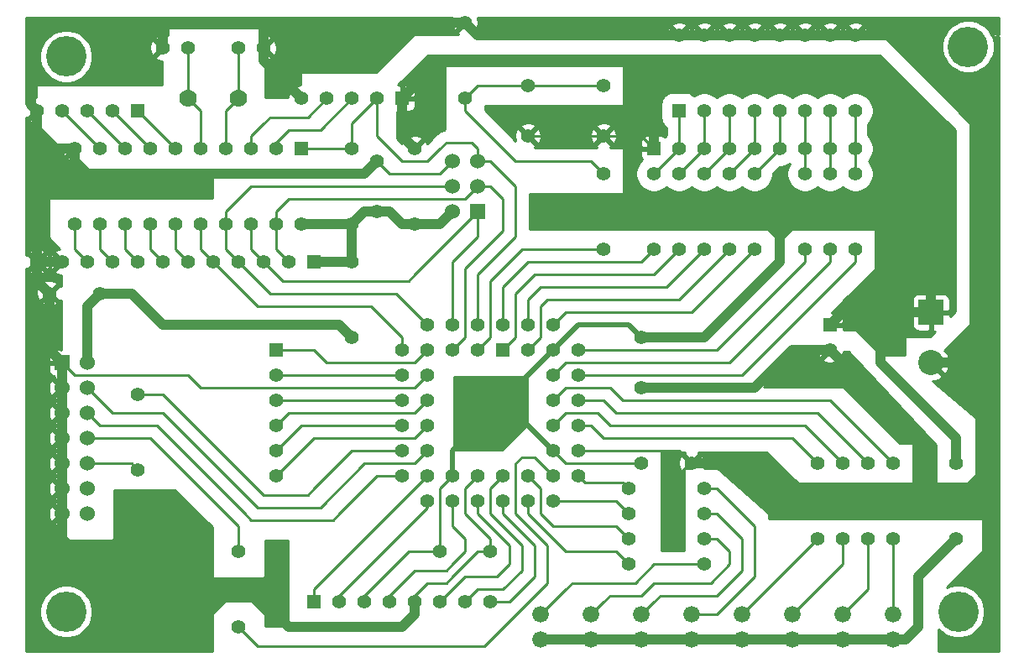
<source format=gbl>
%TF.GenerationSoftware,KiCad,Pcbnew,(5.1.9-0-10_14)*%
%TF.CreationDate,2021-04-13T22:01:43-04:00*%
%TF.ProjectId,Xilinx_XC9536XL_EVB,58696c69-6e78-45f5-9843-39353336584c,rev?*%
%TF.SameCoordinates,Original*%
%TF.FileFunction,Copper,L2,Bot*%
%TF.FilePolarity,Positive*%
%FSLAX46Y46*%
G04 Gerber Fmt 4.6, Leading zero omitted, Abs format (unit mm)*
G04 Created by KiCad (PCBNEW (5.1.9-0-10_14)) date 2021-04-13 22:01:43*
%MOMM*%
%LPD*%
G01*
G04 APERTURE LIST*
%TA.AperFunction,ComponentPad*%
%ADD10R,2.540000X2.540000*%
%TD*%
%TA.AperFunction,ComponentPad*%
%ADD11C,2.540000*%
%TD*%
%TA.AperFunction,ComponentPad*%
%ADD12R,1.397000X1.397000*%
%TD*%
%TA.AperFunction,ComponentPad*%
%ADD13C,1.397000*%
%TD*%
%TA.AperFunction,ComponentPad*%
%ADD14R,1.524000X1.524000*%
%TD*%
%TA.AperFunction,ComponentPad*%
%ADD15C,1.524000*%
%TD*%
%TA.AperFunction,ComponentPad*%
%ADD16C,4.064000*%
%TD*%
%TA.AperFunction,ComponentPad*%
%ADD17C,1.778000*%
%TD*%
%TA.AperFunction,ComponentPad*%
%ADD18C,1.676400*%
%TD*%
%TA.AperFunction,Conductor*%
%ADD19C,0.254000*%
%TD*%
%TA.AperFunction,Conductor*%
%ADD20C,1.016000*%
%TD*%
%TA.AperFunction,Conductor*%
%ADD21C,0.508000*%
%TD*%
%TA.AperFunction,Conductor*%
%ADD22C,0.150000*%
%TD*%
G04 APERTURE END LIST*
D10*
%TO.P,P2,1*%
%TO.N,+3.3V*%
X142240000Y-50800000D03*
D11*
%TO.P,P2,2*%
%TO.N,GND*%
X142240000Y-55880000D03*
%TD*%
D12*
%TO.P,C4,1*%
%TO.N,+3.3V*%
X132080000Y-52070000D03*
D13*
%TO.P,C4,2*%
%TO.N,GND*%
X132080000Y-54610000D03*
%TD*%
%TO.P,C5,1*%
%TO.N,N-000055*%
X58420000Y-48895000D03*
%TO.P,C5,2*%
%TO.N,GND*%
X53340000Y-48895000D03*
%TD*%
%TO.P,C3,1*%
%TO.N,+3.3V*%
X113030000Y-66040000D03*
%TO.P,C3,2*%
%TO.N,GND*%
X118110000Y-66040000D03*
%TD*%
%TO.P,C2,1*%
%TO.N,+3.3V*%
X113030000Y-53340000D03*
%TO.P,C2,2*%
%TO.N,GND*%
X113030000Y-58420000D03*
%TD*%
%TO.P,C1,1*%
%TO.N,+3.3V*%
X92710000Y-74930000D03*
%TO.P,C1,2*%
%TO.N,GND*%
X97790000Y-74930000D03*
%TD*%
D14*
%TO.P,P1,1*%
%TO.N,GND*%
X54610000Y-55880000D03*
D15*
%TO.P,P1,2*%
%TO.N,N-000055*%
X57150000Y-55880000D03*
%TO.P,P1,3*%
%TO.N,GND*%
X54610000Y-58420000D03*
%TO.P,P1,4*%
%TO.N,/TMS*%
X57150000Y-58420000D03*
%TO.P,P1,5*%
%TO.N,GND*%
X54610000Y-60960000D03*
%TO.P,P1,6*%
%TO.N,/TCK*%
X57150000Y-60960000D03*
%TO.P,P1,7*%
%TO.N,GND*%
X54610000Y-63500000D03*
%TO.P,P1,8*%
%TO.N,N-000047*%
X57150000Y-63500000D03*
%TO.P,P1,9*%
%TO.N,GND*%
X54610000Y-66040000D03*
%TO.P,P1,10*%
%TO.N,N-000048*%
X57150000Y-66040000D03*
%TO.P,P1,11*%
%TO.N,GND*%
X54610000Y-68580000D03*
%TO.P,P1,12*%
%TO.N,N/C*%
X57150000Y-68580000D03*
%TO.P,P1,13*%
%TO.N,GND*%
X54610000Y-71120000D03*
%TO.P,P1,14*%
%TO.N,N/C*%
X57150000Y-71120000D03*
%TD*%
D12*
%TO.P,U1,1*%
%TO.N,/S2*%
X99060000Y-54610000D03*
D13*
%TO.P,U1,2*%
%TO.N,/RESET*%
X96520000Y-52070000D03*
%TO.P,U1,3*%
%TO.N,N-000025*%
X96520000Y-54610000D03*
%TO.P,U1,4*%
%TO.N,/MISO*%
X93980000Y-52070000D03*
%TO.P,U1,5*%
%TO.N,/SCK*%
X93980000Y-54610000D03*
%TO.P,U1,6*%
%TO.N,/MOSI*%
X91440000Y-52070000D03*
%TO.P,U1,7*%
%TO.N,N-000071*%
X88900000Y-54610000D03*
%TO.P,U1,8*%
%TO.N,N-000004*%
X91440000Y-54610000D03*
%TO.P,U1,9*%
%TO.N,N-000005*%
X88900000Y-57150000D03*
%TO.P,U1,10*%
%TO.N,GND*%
X91440000Y-57150000D03*
%TO.P,U1,11*%
%TO.N,N-000007*%
X88900000Y-59690000D03*
%TO.P,U1,12*%
%TO.N,N-000008*%
X91440000Y-59690000D03*
%TO.P,U1,13*%
%TO.N,N-000010*%
X88900000Y-62230000D03*
%TO.P,U1,14*%
%TO.N,N-000011*%
X91440000Y-62230000D03*
%TO.P,U1,15*%
%TO.N,/TDI*%
X88900000Y-64770000D03*
%TO.P,U1,16*%
%TO.N,/TMS*%
X91440000Y-64770000D03*
%TO.P,U1,17*%
%TO.N,/TCK*%
X88900000Y-67310000D03*
%TO.P,U1,18*%
%TO.N,/O2*%
X91440000Y-69850000D03*
%TO.P,U1,19*%
%TO.N,/O1*%
X91440000Y-67310000D03*
%TO.P,U1,20*%
%TO.N,/O3*%
X93980000Y-69850000D03*
%TO.P,U1,21*%
%TO.N,+3.3V*%
X93980000Y-67310000D03*
%TO.P,U1,22*%
%TO.N,/O4*%
X96520000Y-69850000D03*
%TO.P,U1,23*%
%TO.N,GND*%
X96520000Y-67310000D03*
%TO.P,U1,24*%
%TO.N,/O6*%
X99060000Y-69850000D03*
%TO.P,U1,25*%
%TO.N,/O5*%
X99060000Y-67310000D03*
%TO.P,U1,26*%
%TO.N,/L8*%
X101600000Y-69850000D03*
%TO.P,U1,27*%
%TO.N,/L7*%
X101600000Y-67310000D03*
%TO.P,U1,28*%
%TO.N,/L6*%
X104140000Y-69850000D03*
%TO.P,U1,29*%
%TO.N,/L5*%
X106680000Y-67310000D03*
%TO.P,U1,30*%
%TO.N,/TDO*%
X104140000Y-67310000D03*
%TO.P,U1,31*%
%TO.N,GND*%
X106680000Y-64770000D03*
%TO.P,U1,32*%
%TO.N,+3.3V*%
X104140000Y-64770000D03*
%TO.P,U1,33*%
%TO.N,/L4*%
X106680000Y-62230000D03*
%TO.P,U1,34*%
%TO.N,/L3*%
X104140000Y-62230000D03*
%TO.P,U1,35*%
%TO.N,/L2*%
X106680000Y-59690000D03*
%TO.P,U1,36*%
%TO.N,/L1*%
X104140000Y-59690000D03*
%TO.P,U1,37*%
%TO.N,/S8*%
X106680000Y-57150000D03*
%TO.P,U1,38*%
%TO.N,/S7*%
X104140000Y-57150000D03*
%TO.P,U1,39*%
%TO.N,/S6*%
X106680000Y-54610000D03*
%TO.P,U1,40*%
%TO.N,/S5*%
X104140000Y-52070000D03*
%TO.P,U1,41*%
%TO.N,+3.3V*%
X104140000Y-54610000D03*
%TO.P,U1,42*%
%TO.N,/S3*%
X101600000Y-52070000D03*
%TO.P,U1,43*%
%TO.N,/S4*%
X101600000Y-54610000D03*
%TO.P,U1,44*%
%TO.N,/S1*%
X99060000Y-52070000D03*
%TD*%
%TO.P,R1,1*%
%TO.N,N-000020*%
X138430000Y-73660000D03*
%TO.P,R1,2*%
%TO.N,/L1*%
X138430000Y-66040000D03*
%TD*%
%TO.P,R2,1*%
%TO.N,N-000021*%
X135890000Y-73660000D03*
%TO.P,R2,2*%
%TO.N,/L2*%
X135890000Y-66040000D03*
%TD*%
D16*
%TO.P,1PIN,1*%
%TO.N,N/C*%
X145999200Y-24000460D03*
%TD*%
%TO.P,1PIN,1*%
%TO.N,N/C*%
X145000980Y-81000600D03*
%TD*%
%TO.P,1PIN,1*%
%TO.N,N/C*%
X55001160Y-81000600D03*
%TD*%
%TO.P,1PIN,1*%
%TO.N,N/C*%
X55001160Y-25001220D03*
%TD*%
D13*
%TO.P,C8,1*%
%TO.N,N-000046*%
X67310000Y-24130000D03*
%TO.P,C8,2*%
%TO.N,GND*%
X64770000Y-24130000D03*
%TD*%
%TO.P,C7,1*%
%TO.N,N-000045*%
X72390000Y-24130000D03*
%TO.P,C7,2*%
%TO.N,GND*%
X74930000Y-24130000D03*
%TD*%
%TO.P,C6,1*%
%TO.N,/3V3P*%
X86360000Y-40640000D03*
%TO.P,C6,2*%
%TO.N,GND*%
X86360000Y-35560000D03*
%TD*%
D17*
%TO.P,X1,1*%
%TO.N,N-000045*%
X72390000Y-29210000D03*
%TO.P,X1,2*%
%TO.N,N-000046*%
X67310000Y-29210000D03*
%TD*%
D14*
%TO.P,P3,1*%
%TO.N,/MISO*%
X96520000Y-40640000D03*
D15*
%TO.P,P3,2*%
%TO.N,/3V3P*%
X93980000Y-40640000D03*
%TO.P,P3,3*%
%TO.N,/SCK*%
X96520000Y-38100000D03*
%TO.P,P3,4*%
%TO.N,/MOSI*%
X93980000Y-38100000D03*
%TO.P,P3,5*%
%TO.N,/RESET*%
X96520000Y-35560000D03*
%TO.P,P3,6*%
%TO.N,GND*%
X93980000Y-35560000D03*
%TD*%
D13*
%TO.P,R3,1*%
%TO.N,N-000019*%
X133350000Y-73660000D03*
%TO.P,R3,2*%
%TO.N,/L3*%
X133350000Y-66040000D03*
%TD*%
D12*
%TO.P,IC1,1*%
%TO.N,/RESET*%
X78740000Y-34290000D03*
D13*
%TO.P,IC1,2*%
%TO.N,N-000058*%
X76200000Y-34290000D03*
%TO.P,IC1,3*%
%TO.N,N-000057*%
X73660000Y-34290000D03*
%TO.P,IC1,4*%
%TO.N,N-000045*%
X71120000Y-34290000D03*
%TO.P,IC1,5*%
%TO.N,N-000046*%
X68580000Y-34290000D03*
%TO.P,IC1,6*%
%TO.N,N-000059*%
X66040000Y-34290000D03*
%TO.P,IC1,7*%
%TO.N,N-000060*%
X63500000Y-34290000D03*
%TO.P,IC1,8*%
%TO.N,N-000061*%
X60960000Y-34290000D03*
%TO.P,IC1,9*%
%TO.N,N-000062*%
X58420000Y-34290000D03*
%TO.P,IC1,10*%
%TO.N,GND*%
X55880000Y-34290000D03*
%TO.P,IC1,11*%
%TO.N,/PD6*%
X55880000Y-41910000D03*
%TO.P,IC1,12*%
%TO.N,N-000063*%
X58420000Y-41910000D03*
%TO.P,IC1,13*%
%TO.N,N-000069*%
X60960000Y-41910000D03*
%TO.P,IC1,14*%
%TO.N,N-000064*%
X63500000Y-41910000D03*
%TO.P,IC1,15*%
%TO.N,N-000068*%
X66040000Y-41910000D03*
%TO.P,IC1,16*%
%TO.N,N-000071*%
X68580000Y-41910000D03*
%TO.P,IC1,17*%
%TO.N,/MOSI*%
X71120000Y-41910000D03*
%TO.P,IC1,18*%
%TO.N,/MISO*%
X73660000Y-41910000D03*
%TO.P,IC1,19*%
%TO.N,/SCK*%
X76200000Y-41910000D03*
%TO.P,IC1,20*%
%TO.N,/3V3P*%
X78740000Y-41910000D03*
%TD*%
%TO.P,R4,1*%
%TO.N,N-000017*%
X130810000Y-73660000D03*
%TO.P,R4,2*%
%TO.N,/L4*%
X130810000Y-66040000D03*
%TD*%
D12*
%TO.P,P6,1*%
%TO.N,/3V3P*%
X80010000Y-45720000D03*
D13*
%TO.P,P6,2*%
%TO.N,/SCK*%
X77470000Y-45720000D03*
%TO.P,P6,3*%
%TO.N,/MISO*%
X74930000Y-45720000D03*
%TO.P,P6,4*%
%TO.N,/MOSI*%
X72390000Y-45720000D03*
%TO.P,P6,5*%
%TO.N,N-000071*%
X69850000Y-45720000D03*
%TO.P,P6,6*%
%TO.N,N-000068*%
X67310000Y-45720000D03*
%TO.P,P6,7*%
%TO.N,N-000064*%
X64770000Y-45720000D03*
%TO.P,P6,8*%
%TO.N,N-000069*%
X62230000Y-45720000D03*
%TO.P,P6,9*%
%TO.N,N-000063*%
X59690000Y-45720000D03*
%TO.P,P6,10*%
%TO.N,/PD6*%
X57150000Y-45720000D03*
%TO.P,P6,11*%
%TO.N,GND*%
X54610000Y-45720000D03*
%TO.P,P6,12*%
X52070000Y-45720000D03*
%TD*%
D12*
%TO.P,P5,1*%
%TO.N,N-000059*%
X62230000Y-30480000D03*
D13*
%TO.P,P5,2*%
%TO.N,N-000060*%
X59690000Y-30480000D03*
%TO.P,P5,3*%
%TO.N,N-000061*%
X57150000Y-30480000D03*
%TO.P,P5,4*%
%TO.N,N-000062*%
X54610000Y-30480000D03*
%TO.P,P5,5*%
%TO.N,GND*%
X52070000Y-30480000D03*
%TD*%
D12*
%TO.P,P4,1*%
%TO.N,+3.3V*%
X88900000Y-29210000D03*
D13*
%TO.P,P4,2*%
%TO.N,/RESET*%
X86360000Y-29210000D03*
%TO.P,P4,3*%
%TO.N,N-000058*%
X83820000Y-29210000D03*
%TO.P,P4,4*%
%TO.N,N-000057*%
X81280000Y-29210000D03*
%TO.P,P4,5*%
%TO.N,GND*%
X78740000Y-29210000D03*
%TD*%
%TO.P,R5,1*%
%TO.N,N-000016*%
X119380000Y-68580000D03*
%TO.P,R5,2*%
%TO.N,/L5*%
X111760000Y-68580000D03*
%TD*%
D12*
%TO.P,SW2,1*%
%TO.N,N-000075*%
X116840000Y-30480000D03*
D13*
%TO.P,SW2,2*%
%TO.N,N-000041*%
X119380000Y-30480000D03*
%TO.P,SW2,3*%
%TO.N,N-000074*%
X121920000Y-30480000D03*
%TO.P,SW2,4*%
%TO.N,N-000042*%
X124460000Y-30480000D03*
%TO.P,SW2,5*%
%TO.N,N-000073*%
X127000000Y-30480000D03*
%TO.P,SW2,6*%
%TO.N,N-000043*%
X129540000Y-30480000D03*
%TO.P,SW2,7*%
%TO.N,N-000072*%
X132080000Y-30480000D03*
%TO.P,SW2,8*%
%TO.N,N-000044*%
X134620000Y-30480000D03*
%TO.P,SW2,9*%
%TO.N,GND*%
X134620000Y-22860000D03*
%TO.P,SW2,10*%
X132080000Y-22860000D03*
%TO.P,SW2,11*%
X129540000Y-22860000D03*
%TO.P,SW2,12*%
X127000000Y-22860000D03*
%TO.P,SW2,13*%
X124460000Y-22860000D03*
%TO.P,SW2,14*%
X121920000Y-22860000D03*
%TO.P,SW2,15*%
X119380000Y-22860000D03*
%TO.P,SW2,16*%
X116840000Y-22860000D03*
%TD*%
D18*
%TO.P,D8,1*%
%TO.N,N-000018*%
X102870000Y-83820000D03*
%TO.P,D8,2*%
%TO.N,N-000022*%
X102870000Y-81280000D03*
%TD*%
%TO.P,D7,1*%
%TO.N,N-000018*%
X107950000Y-83820000D03*
%TO.P,D7,2*%
%TO.N,N-000014*%
X107950000Y-81280000D03*
%TD*%
%TO.P,D6,1*%
%TO.N,N-000018*%
X113030000Y-83820000D03*
%TO.P,D6,2*%
%TO.N,N-000015*%
X113030000Y-81280000D03*
%TD*%
%TO.P,D5,1*%
%TO.N,N-000018*%
X118110000Y-83820000D03*
%TO.P,D5,2*%
%TO.N,N-000016*%
X118110000Y-81280000D03*
%TD*%
%TO.P,D4,1*%
%TO.N,N-000018*%
X123190000Y-83820000D03*
%TO.P,D4,2*%
%TO.N,N-000017*%
X123190000Y-81280000D03*
%TD*%
%TO.P,D3,1*%
%TO.N,N-000018*%
X128270000Y-83820000D03*
%TO.P,D3,2*%
%TO.N,N-000019*%
X128270000Y-81280000D03*
%TD*%
%TO.P,D2,1*%
%TO.N,N-000018*%
X133350000Y-83820000D03*
%TO.P,D2,2*%
%TO.N,N-000021*%
X133350000Y-81280000D03*
%TD*%
%TO.P,D1,1*%
%TO.N,N-000018*%
X138430000Y-83820000D03*
%TO.P,D1,2*%
%TO.N,N-000020*%
X138430000Y-81280000D03*
%TD*%
D13*
%TO.P,R23,1*%
%TO.N,N-000044*%
X134620000Y-36830000D03*
%TO.P,R23,2*%
%TO.N,/S8*%
X134620000Y-44450000D03*
%TD*%
%TO.P,R22,1*%
%TO.N,N-000072*%
X132080000Y-36830000D03*
%TO.P,R22,2*%
%TO.N,/S7*%
X132080000Y-44450000D03*
%TD*%
%TO.P,R21,1*%
%TO.N,N-000043*%
X129540000Y-36830000D03*
%TO.P,R21,2*%
%TO.N,/S6*%
X129540000Y-44450000D03*
%TD*%
%TO.P,R20,1*%
%TO.N,N-000073*%
X124460000Y-36830000D03*
%TO.P,R20,2*%
%TO.N,/S5*%
X124460000Y-44450000D03*
%TD*%
%TO.P,R19,1*%
%TO.N,N-000042*%
X121920000Y-36830000D03*
%TO.P,R19,2*%
%TO.N,/S4*%
X121920000Y-44450000D03*
%TD*%
%TO.P,R18,1*%
%TO.N,N-000074*%
X119380000Y-36830000D03*
%TO.P,R18,2*%
%TO.N,/S3*%
X119380000Y-44450000D03*
%TD*%
%TO.P,R17,1*%
%TO.N,N-000041*%
X116840000Y-36830000D03*
%TO.P,R17,2*%
%TO.N,/S2*%
X116840000Y-44450000D03*
%TD*%
%TO.P,R16,1*%
%TO.N,N-000075*%
X114300000Y-36830000D03*
%TO.P,R16,2*%
%TO.N,/S1*%
X114300000Y-44450000D03*
%TD*%
%TO.P,R15,1*%
%TO.N,N-000024*%
X109220000Y-36830000D03*
%TO.P,R15,2*%
%TO.N,N-000025*%
X109220000Y-44450000D03*
%TD*%
%TO.P,R14,1*%
%TO.N,N-000024*%
X95250000Y-29210000D03*
%TO.P,R14,2*%
%TO.N,GND*%
X95250000Y-21590000D03*
%TD*%
%TO.P,R13,1*%
%TO.N,/TDI*%
X62230000Y-59055000D03*
%TO.P,R13,2*%
%TO.N,N-000048*%
X62230000Y-66675000D03*
%TD*%
%TO.P,R12,1*%
%TO.N,/TDO*%
X72390000Y-82550000D03*
%TO.P,R12,2*%
%TO.N,N-000047*%
X72390000Y-74930000D03*
%TD*%
%TO.P,R11,1*%
%TO.N,N-000055*%
X83820000Y-53340000D03*
%TO.P,R11,2*%
%TO.N,/3V3P*%
X83820000Y-45720000D03*
%TD*%
%TO.P,R10,1*%
%TO.N,+3.3V*%
X90170000Y-34290000D03*
%TO.P,R10,2*%
%TO.N,/3V3P*%
X90170000Y-41910000D03*
%TD*%
%TO.P,R9,1*%
%TO.N,/3V3P*%
X83820000Y-41910000D03*
%TO.P,R9,2*%
%TO.N,/RESET*%
X83820000Y-34290000D03*
%TD*%
%TO.P,R8,1*%
%TO.N,N-000022*%
X119380000Y-76200000D03*
%TO.P,R8,2*%
%TO.N,/L8*%
X111760000Y-76200000D03*
%TD*%
%TO.P,R7,1*%
%TO.N,N-000014*%
X119380000Y-73660000D03*
%TO.P,R7,2*%
%TO.N,/L7*%
X111760000Y-73660000D03*
%TD*%
%TO.P,R6,1*%
%TO.N,N-000015*%
X119380000Y-71120000D03*
%TO.P,R6,2*%
%TO.N,/L6*%
X111760000Y-71120000D03*
%TD*%
D12*
%TO.P,RR1,1*%
%TO.N,+3.3V*%
X114300000Y-34290000D03*
D13*
%TO.P,RR1,2*%
%TO.N,N-000075*%
X116840000Y-34290000D03*
%TO.P,RR1,3*%
%TO.N,N-000041*%
X119380000Y-34290000D03*
%TO.P,RR1,4*%
%TO.N,N-000074*%
X121920000Y-34290000D03*
%TO.P,RR1,5*%
%TO.N,N-000042*%
X124460000Y-34290000D03*
%TO.P,RR1,6*%
%TO.N,N-000073*%
X127000000Y-34290000D03*
%TO.P,RR1,7*%
%TO.N,N-000043*%
X129540000Y-34290000D03*
%TO.P,RR1,8*%
%TO.N,N-000072*%
X132080000Y-34290000D03*
%TO.P,RR1,9*%
%TO.N,N-000044*%
X134620000Y-34290000D03*
%TD*%
%TO.P,SW1,1*%
%TO.N,N-000024*%
X109220000Y-27940000D03*
%TO.P,SW1,2*%
%TO.N,+3.3V*%
X109220000Y-33020000D03*
%TO.P,SW1,1*%
%TO.N,N-000024*%
X101600000Y-27940000D03*
%TO.P,SW1,2*%
%TO.N,+3.3V*%
X101600000Y-33020000D03*
%TD*%
D12*
%TO.P,P7,1*%
%TO.N,N-000004*%
X76200000Y-54610000D03*
D13*
%TO.P,P7,2*%
%TO.N,N-000005*%
X76200000Y-57150000D03*
%TO.P,P7,3*%
%TO.N,N-000007*%
X76200000Y-59690000D03*
%TO.P,P7,4*%
%TO.N,N-000008*%
X76200000Y-62230000D03*
%TO.P,P7,5*%
%TO.N,N-000010*%
X76200000Y-64770000D03*
%TO.P,P7,6*%
%TO.N,N-000011*%
X76200000Y-67310000D03*
%TD*%
D12*
%TO.P,P8,1*%
%TO.N,/O1*%
X80010000Y-80010000D03*
D13*
%TO.P,P8,2*%
%TO.N,/O2*%
X82550000Y-80010000D03*
%TO.P,P8,3*%
%TO.N,+3.3V*%
X85090000Y-80010000D03*
%TO.P,P8,4*%
%TO.N,/O3*%
X87630000Y-80010000D03*
%TO.P,P8,5*%
%TO.N,GND*%
X90170000Y-80010000D03*
%TO.P,P8,6*%
%TO.N,/O4*%
X92710000Y-80010000D03*
%TO.P,P8,7*%
%TO.N,/O5*%
X95250000Y-80010000D03*
%TO.P,P8,8*%
%TO.N,/O6*%
X97790000Y-80010000D03*
%TD*%
%TO.P,R24,1*%
%TO.N,+3.3V*%
X144780000Y-66040000D03*
%TO.P,R24,2*%
%TO.N,N-000018*%
X144780000Y-73660000D03*
%TD*%
D19*
%TO.N,+3.3V*%
X104140000Y-64770000D02*
X105410000Y-66040000D01*
X105410000Y-66040000D02*
X113030000Y-66040000D01*
D20*
X143510000Y-62230000D02*
X144780000Y-63500000D01*
X144780000Y-63500000D02*
X144780000Y-66040000D01*
X137160000Y-55880000D02*
X137160000Y-50800000D01*
X143510000Y-62230000D02*
X137160000Y-55880000D01*
X114300000Y-34290000D02*
X114300000Y-25400000D01*
D19*
X85090000Y-80010000D02*
X85090000Y-79375000D01*
X85090000Y-79375000D02*
X89535000Y-74930000D01*
D21*
X104140000Y-64770000D02*
X99060000Y-59690000D01*
X93980000Y-67310000D02*
X93980000Y-64770000D01*
X93980000Y-64770000D02*
X104140000Y-54610000D01*
X104140000Y-54610000D02*
X106680000Y-52070000D01*
X106680000Y-52070000D02*
X111760000Y-52070000D01*
X111760000Y-52070000D02*
X113030000Y-53340000D01*
D20*
X92710000Y-25400000D02*
X88900000Y-29210000D01*
X88900000Y-29210000D02*
X88900000Y-33020000D01*
X88900000Y-33020000D02*
X90170000Y-34290000D01*
X132080000Y-52070000D02*
X133350000Y-50800000D01*
X133350000Y-50800000D02*
X137160000Y-50800000D01*
X137160000Y-50800000D02*
X142240000Y-50800000D01*
X142240000Y-40640000D02*
X129540000Y-40640000D01*
X129540000Y-40640000D02*
X127000000Y-43180000D01*
X127000000Y-43180000D02*
X127000000Y-45720000D01*
X127000000Y-45720000D02*
X119380000Y-53340000D01*
X119380000Y-53340000D02*
X113030000Y-53340000D01*
X142240000Y-50800000D02*
X142240000Y-40640000D01*
X142240000Y-40640000D02*
X142240000Y-31750000D01*
X142240000Y-31750000D02*
X135890000Y-25400000D01*
X135890000Y-25400000D02*
X114300000Y-25400000D01*
X114300000Y-25400000D02*
X92710000Y-25400000D01*
D21*
X113030000Y-53340000D02*
X119380000Y-53340000D01*
X119380000Y-53340000D02*
X127000000Y-45720000D01*
X127000000Y-45720000D02*
X127000000Y-43180000D01*
X133350000Y-50800000D02*
X142240000Y-50800000D01*
D19*
X104140000Y-54610000D02*
X100330000Y-58420000D01*
X100330000Y-58420000D02*
X99060000Y-59690000D01*
X92710000Y-74930000D02*
X92710000Y-68580000D01*
X92710000Y-68580000D02*
X93980000Y-67310000D01*
X92710000Y-74930000D02*
X89535000Y-74930000D01*
X93980000Y-67310000D02*
X92710000Y-68580000D01*
X92710000Y-71120000D02*
X92710000Y-73660000D01*
X92710000Y-68580000D02*
X92710000Y-71120000D01*
X109220000Y-33020000D02*
X113030000Y-33020000D01*
X113030000Y-33020000D02*
X114300000Y-34290000D01*
X135890000Y-25400000D02*
X92710000Y-25400000D01*
X142240000Y-31750000D02*
X135890000Y-25400000D01*
X111760000Y-52070000D02*
X113030000Y-53340000D01*
X110490000Y-52070000D02*
X111760000Y-52070000D01*
X106680000Y-52070000D02*
X110490000Y-52070000D01*
X101600000Y-33020000D02*
X109220000Y-33020000D01*
X142240000Y-50800000D02*
X133350000Y-50800000D01*
D20*
%TO.N,/3V3P*%
X80010000Y-45720000D02*
X83820000Y-45720000D01*
X83820000Y-45720000D02*
X83820000Y-41910000D01*
X86360000Y-40640000D02*
X85090000Y-40640000D01*
X85090000Y-40640000D02*
X83820000Y-41910000D01*
X83820000Y-41910000D02*
X78740000Y-41910000D01*
X93980000Y-40640000D02*
X92710000Y-41910000D01*
X92710000Y-41910000D02*
X90170000Y-41910000D01*
X90170000Y-41910000D02*
X88900000Y-41910000D01*
X88900000Y-41910000D02*
X87630000Y-40640000D01*
X87630000Y-40640000D02*
X86360000Y-40640000D01*
D19*
X86360000Y-40640000D02*
X87630000Y-40640000D01*
X87630000Y-40640000D02*
X88900000Y-41910000D01*
X83820000Y-41910000D02*
X85090000Y-40640000D01*
X78740000Y-41910000D02*
X83820000Y-41910000D01*
X88900000Y-41910000D02*
X90170000Y-41910000D01*
X90170000Y-41910000D02*
X92710000Y-41910000D01*
%TO.N,/L1*%
X138430000Y-66040000D02*
X132080000Y-59690000D01*
X109220000Y-58420000D02*
X109855000Y-58420000D01*
X109855000Y-58420000D02*
X111125000Y-59690000D01*
X128270000Y-59690000D02*
X132080000Y-59690000D01*
X104140000Y-59690000D02*
X105410000Y-58420000D01*
X111125000Y-59690000D02*
X118110000Y-59690000D01*
X105410000Y-58420000D02*
X109220000Y-58420000D01*
X118110000Y-59690000D02*
X128270000Y-59690000D01*
%TO.N,/L2*%
X135890000Y-66040000D02*
X130810000Y-60960000D01*
X118110000Y-60960000D02*
X130810000Y-60960000D01*
X106680000Y-59690000D02*
X109220000Y-59690000D01*
X110490000Y-60960000D02*
X118110000Y-60960000D01*
X109220000Y-59690000D02*
X110490000Y-60960000D01*
%TO.N,/L3*%
X133350000Y-66040000D02*
X129540000Y-62230000D01*
X107315000Y-60960000D02*
X108585000Y-60960000D01*
X109855000Y-62230000D02*
X110490000Y-62230000D01*
X108585000Y-60960000D02*
X109855000Y-62230000D01*
X110490000Y-62230000D02*
X118110000Y-62230000D01*
X118110000Y-62230000D02*
X129540000Y-62230000D01*
X104140000Y-62230000D02*
X105410000Y-60960000D01*
X105410000Y-60960000D02*
X107315000Y-60960000D01*
%TO.N,/L4*%
X130810000Y-66040000D02*
X128270000Y-63500000D01*
X107950000Y-62230000D02*
X109220000Y-63500000D01*
X106680000Y-62230000D02*
X107950000Y-62230000D01*
X110490000Y-63500000D02*
X118110000Y-63500000D01*
X118110000Y-63500000D02*
X128270000Y-63500000D01*
X109220000Y-63500000D02*
X110490000Y-63500000D01*
%TO.N,/L5*%
X107950000Y-67945000D02*
X107315000Y-67945000D01*
X107315000Y-67945000D02*
X106680000Y-67310000D01*
X111125000Y-67945000D02*
X111760000Y-68580000D01*
X107950000Y-67945000D02*
X111125000Y-67945000D01*
%TO.N,/L6*%
X104140000Y-69850000D02*
X110490000Y-69850000D01*
X110490000Y-69850000D02*
X111760000Y-71120000D01*
%TO.N,/L7*%
X101600000Y-67310000D02*
X102870000Y-68580000D01*
X110490000Y-72390000D02*
X111760000Y-73660000D01*
X104140000Y-72390000D02*
X110490000Y-72390000D01*
X102870000Y-71120000D02*
X104140000Y-72390000D01*
X102870000Y-68580000D02*
X102870000Y-71120000D01*
%TO.N,/L8*%
X104140000Y-73660000D02*
X105410000Y-74930000D01*
X110490000Y-74930000D02*
X111760000Y-76200000D01*
X105410000Y-74930000D02*
X110490000Y-74930000D01*
X101600000Y-69850000D02*
X101600000Y-71120000D01*
X101600000Y-71120000D02*
X104140000Y-73660000D01*
%TO.N,/MISO*%
X89535000Y-47625000D02*
X76835000Y-47625000D01*
X89535000Y-47625000D02*
X90170000Y-46990000D01*
X74930000Y-45720000D02*
X76200000Y-46990000D01*
X76200000Y-46990000D02*
X76835000Y-47625000D01*
X90170000Y-46990000D02*
X95250000Y-41910000D01*
X95250000Y-41910000D02*
X96520000Y-40640000D01*
X96520000Y-40640000D02*
X96520000Y-43180000D01*
X96520000Y-43180000D02*
X93980000Y-45720000D01*
X93980000Y-45720000D02*
X93980000Y-52070000D01*
X73660000Y-43180000D02*
X73660000Y-44450000D01*
X73660000Y-44450000D02*
X74930000Y-45720000D01*
X73660000Y-41910000D02*
X73660000Y-43180000D01*
%TO.N,/MOSI*%
X88900000Y-49530000D02*
X88265000Y-48895000D01*
X88265000Y-48895000D02*
X75565000Y-48895000D01*
X88900000Y-49530000D02*
X90170000Y-50800000D01*
X90170000Y-50800000D02*
X91440000Y-52070000D01*
X72390000Y-45720000D02*
X75565000Y-48895000D01*
X71120000Y-41910000D02*
X71120000Y-44450000D01*
X71120000Y-44450000D02*
X72390000Y-45720000D01*
X71120000Y-41910000D02*
X71120000Y-40640000D01*
X73660000Y-38100000D02*
X93980000Y-38100000D01*
X71120000Y-40640000D02*
X73660000Y-38100000D01*
%TO.N,/O1*%
X91440000Y-67310000D02*
X83820000Y-74930000D01*
X80010000Y-78740000D02*
X80010000Y-80010000D01*
X83820000Y-74930000D02*
X80010000Y-78740000D01*
%TO.N,/O2*%
X82550000Y-80010000D02*
X82550000Y-79375000D01*
X91440000Y-70485000D02*
X91440000Y-69850000D01*
X82550000Y-79375000D02*
X91440000Y-70485000D01*
%TO.N,/O3*%
X87630000Y-80010000D02*
X87630000Y-79375000D01*
X87630000Y-79375000D02*
X90170000Y-76835000D01*
X93980000Y-76200000D02*
X93345000Y-76835000D01*
X93345000Y-76835000D02*
X90170000Y-76835000D01*
X93980000Y-69850000D02*
X93980000Y-72390000D01*
X95250000Y-74930000D02*
X93980000Y-76200000D01*
X95250000Y-73660000D02*
X95250000Y-74930000D01*
X93980000Y-72390000D02*
X95250000Y-73660000D01*
%TO.N,/O4*%
X99695000Y-74295000D02*
X99695000Y-76200000D01*
X96520000Y-77470000D02*
X98425000Y-77470000D01*
X98425000Y-77470000D02*
X99695000Y-76200000D01*
X95250000Y-77470000D02*
X92710000Y-80010000D01*
X96520000Y-77470000D02*
X95250000Y-77470000D01*
X96520000Y-69850000D02*
X96520000Y-71120000D01*
X96520000Y-71120000D02*
X99695000Y-74295000D01*
%TO.N,/O5*%
X97790000Y-78740000D02*
X99060000Y-78740000D01*
X100965000Y-74295000D02*
X100330000Y-73660000D01*
X100965000Y-76835000D02*
X100965000Y-74295000D01*
X99060000Y-78740000D02*
X100965000Y-76835000D01*
X96520000Y-78740000D02*
X97790000Y-78740000D01*
X95250000Y-80010000D02*
X96520000Y-78740000D01*
X97790000Y-68580000D02*
X99060000Y-67310000D01*
X97790000Y-71120000D02*
X97790000Y-68580000D01*
X100330000Y-73660000D02*
X97790000Y-71120000D01*
%TO.N,/O6*%
X97790000Y-80010000D02*
X99695000Y-80010000D01*
X102235000Y-77470000D02*
X102235000Y-74295000D01*
X99695000Y-80010000D02*
X102235000Y-77470000D01*
X101600000Y-73660000D02*
X102235000Y-74295000D01*
X99060000Y-69850000D02*
X99060000Y-71120000D01*
X99060000Y-71120000D02*
X101600000Y-73660000D01*
%TO.N,/PD6*%
X55880000Y-41910000D02*
X55880000Y-44450000D01*
X55880000Y-44450000D02*
X57150000Y-45720000D01*
%TO.N,/RESET*%
X96520000Y-49530000D02*
X96520000Y-46990000D01*
X100330000Y-38100000D02*
X99695000Y-37465000D01*
X100330000Y-43180000D02*
X100330000Y-38100000D01*
X96520000Y-46990000D02*
X100330000Y-43180000D01*
X87630000Y-34290000D02*
X86995000Y-33655000D01*
X86360000Y-33020000D02*
X86360000Y-29210000D01*
X86995000Y-33655000D02*
X86360000Y-33020000D01*
X93345000Y-33655000D02*
X95885000Y-33655000D01*
X83820000Y-34290000D02*
X83820000Y-31750000D01*
X83820000Y-31750000D02*
X86360000Y-29210000D01*
X96520000Y-52070000D02*
X96520000Y-49530000D01*
X97790000Y-35560000D02*
X96520000Y-35560000D01*
X99695000Y-37465000D02*
X97790000Y-35560000D01*
X83820000Y-31750000D02*
X85090000Y-30480000D01*
X96520000Y-35560000D02*
X96520000Y-34290000D01*
X96520000Y-34290000D02*
X95885000Y-33655000D01*
X93345000Y-33655000D02*
X92710000Y-34290000D01*
X91440000Y-35560000D02*
X92710000Y-34290000D01*
X92710000Y-34290000D02*
X91440000Y-35560000D01*
X88900000Y-35560000D02*
X91440000Y-35560000D01*
X87630000Y-34290000D02*
X88900000Y-35560000D01*
X78740000Y-34290000D02*
X83820000Y-34290000D01*
%TO.N,/S1*%
X99060000Y-49530000D02*
X99060000Y-48260000D01*
X101600000Y-45720000D02*
X102870000Y-45720000D01*
X99060000Y-48260000D02*
X101600000Y-45720000D01*
X105410000Y-45720000D02*
X113030000Y-45720000D01*
X105410000Y-45720000D02*
X102870000Y-45720000D01*
X113030000Y-45720000D02*
X114300000Y-44450000D01*
X99060000Y-49530000D02*
X99060000Y-52070000D01*
%TO.N,/S2*%
X100330000Y-49530000D02*
X100330000Y-48895000D01*
X102235000Y-46990000D02*
X102870000Y-46990000D01*
X100330000Y-48895000D02*
X102235000Y-46990000D01*
X116840000Y-44450000D02*
X114300000Y-46990000D01*
X100330000Y-53340000D02*
X99060000Y-54610000D01*
X100330000Y-49530000D02*
X100330000Y-53340000D01*
X114300000Y-46990000D02*
X102870000Y-46990000D01*
%TO.N,/S3*%
X101600000Y-52070000D02*
X101600000Y-49530000D01*
X115570000Y-48260000D02*
X119380000Y-44450000D01*
X102870000Y-48260000D02*
X115570000Y-48260000D01*
X101600000Y-49530000D02*
X102870000Y-48260000D01*
%TO.N,/S4*%
X102870000Y-50800000D02*
X102870000Y-50165000D01*
X103505000Y-49530000D02*
X104140000Y-49530000D01*
X102870000Y-50165000D02*
X103505000Y-49530000D01*
X121920000Y-44450000D02*
X118110000Y-48260000D01*
X102870000Y-53340000D02*
X101600000Y-54610000D01*
X102870000Y-50800000D02*
X102870000Y-53340000D01*
X116840000Y-49530000D02*
X104140000Y-49530000D01*
X118110000Y-48260000D02*
X116840000Y-49530000D01*
%TO.N,/S5*%
X124460000Y-44450000D02*
X118110000Y-50800000D01*
X105410000Y-50800000D02*
X104140000Y-52070000D01*
X118110000Y-50800000D02*
X105410000Y-50800000D01*
%TO.N,/S6*%
X106680000Y-54610000D02*
X120650000Y-54610000D01*
X129540000Y-45720000D02*
X129540000Y-44450000D01*
X120650000Y-54610000D02*
X129540000Y-45720000D01*
%TO.N,/S7*%
X104140000Y-57150000D02*
X105410000Y-55880000D01*
X132080000Y-45720000D02*
X132080000Y-44450000D01*
X121920000Y-55880000D02*
X132080000Y-45720000D01*
X105410000Y-55880000D02*
X121920000Y-55880000D01*
%TO.N,/S8*%
X106680000Y-57150000D02*
X123190000Y-57150000D01*
X134620000Y-45720000D02*
X134620000Y-44450000D01*
X123190000Y-57150000D02*
X134620000Y-45720000D01*
%TO.N,/SCK*%
X95250000Y-48260000D02*
X95250000Y-46355000D01*
X95250000Y-46355000D02*
X99060000Y-42545000D01*
X88900000Y-39370000D02*
X92075000Y-39370000D01*
X88900000Y-39370000D02*
X88265000Y-39370000D01*
X99060000Y-40640000D02*
X99060000Y-42545000D01*
X97790000Y-38100000D02*
X99060000Y-39370000D01*
X99060000Y-39370000D02*
X99060000Y-40640000D01*
X96520000Y-38100000D02*
X97790000Y-38100000D01*
X95250000Y-53340000D02*
X93980000Y-54610000D01*
X95250000Y-48260000D02*
X95250000Y-53340000D01*
X76200000Y-41910000D02*
X76200000Y-44450000D01*
X76200000Y-44450000D02*
X77470000Y-45720000D01*
X76200000Y-41910000D02*
X76200000Y-40640000D01*
X77470000Y-39370000D02*
X88265000Y-39370000D01*
X76200000Y-40640000D02*
X77470000Y-39370000D01*
X95250000Y-39370000D02*
X96520000Y-38100000D01*
X92075000Y-39370000D02*
X95250000Y-39370000D01*
%TO.N,/TCK*%
X73025000Y-71120000D02*
X73660000Y-71755000D01*
X81915000Y-71755000D02*
X82550000Y-71120000D01*
X73660000Y-71755000D02*
X81915000Y-71755000D01*
X88900000Y-67310000D02*
X86360000Y-67310000D01*
X64135000Y-62230000D02*
X62865000Y-62230000D01*
X73025000Y-71120000D02*
X64135000Y-62230000D01*
X86360000Y-67310000D02*
X82550000Y-71120000D01*
X62865000Y-62230000D02*
X60960000Y-62230000D01*
X59690000Y-62230000D02*
X58420000Y-62230000D01*
X58420000Y-62230000D02*
X57150000Y-60960000D01*
X59690000Y-62230000D02*
X60960000Y-62230000D01*
%TO.N,/TDI*%
X62230000Y-59055000D02*
X64770000Y-59055000D01*
X88900000Y-64770000D02*
X83820000Y-64770000D01*
X74930000Y-69215000D02*
X64770000Y-59055000D01*
X79375000Y-69215000D02*
X74930000Y-69215000D01*
X80010000Y-68580000D02*
X79375000Y-69215000D01*
X83820000Y-64770000D02*
X80010000Y-68580000D01*
%TO.N,/TDO*%
X102235000Y-65405000D02*
X100965000Y-65405000D01*
X102552500Y-73342500D02*
X103505000Y-74295000D01*
X103505000Y-74295000D02*
X103505000Y-78105000D01*
X97155000Y-84455000D02*
X95885000Y-84455000D01*
X103505000Y-78105000D02*
X97155000Y-84455000D01*
X74295000Y-84455000D02*
X72390000Y-82550000D01*
X95885000Y-84455000D02*
X74295000Y-84455000D01*
X104140000Y-67310000D02*
X102235000Y-65405000D01*
X100330000Y-71120000D02*
X102552500Y-73342500D01*
X100330000Y-66040000D02*
X100330000Y-71120000D01*
X100965000Y-65405000D02*
X100330000Y-66040000D01*
%TO.N,/TMS*%
X87630000Y-66040000D02*
X85090000Y-66040000D01*
X64770000Y-60960000D02*
X63500000Y-60960000D01*
X74295000Y-70485000D02*
X64770000Y-60960000D01*
X80645000Y-70485000D02*
X74295000Y-70485000D01*
X85090000Y-66040000D02*
X80645000Y-70485000D01*
X63500000Y-60960000D02*
X62230000Y-60960000D01*
X59690000Y-60960000D02*
X60960000Y-60960000D01*
X57150000Y-58420000D02*
X59690000Y-60960000D01*
X60960000Y-60960000D02*
X62230000Y-60960000D01*
X87630000Y-66040000D02*
X90170000Y-66040000D01*
X90170000Y-66040000D02*
X91440000Y-64770000D01*
D20*
%TO.N,GND*%
X142240000Y-55880000D02*
X147320000Y-55880000D01*
X144780000Y-69850000D02*
X147320000Y-67310000D01*
X147320000Y-67310000D02*
X147320000Y-55880000D01*
X147320000Y-55880000D02*
X147320000Y-31750000D01*
X74930000Y-24130000D02*
X74930000Y-21590000D01*
X64770000Y-24130000D02*
X64770000Y-21590000D01*
X95250000Y-21590000D02*
X74930000Y-21590000D01*
X74930000Y-21590000D02*
X64770000Y-21590000D01*
X64770000Y-21590000D02*
X53340000Y-21590000D01*
X51435000Y-29845000D02*
X52070000Y-30480000D01*
X51435000Y-22860000D02*
X51435000Y-29845000D01*
X52070000Y-22225000D02*
X51435000Y-22860000D01*
X52705000Y-21590000D02*
X52070000Y-22225000D01*
X53340000Y-21590000D02*
X52705000Y-21590000D01*
X140970000Y-67310000D02*
X140970000Y-69850000D01*
X143510000Y-69850000D02*
X140970000Y-69850000D01*
X140970000Y-69850000D02*
X127000000Y-69850000D01*
X127000000Y-69850000D02*
X123190000Y-66040000D01*
X123190000Y-66040000D02*
X118110000Y-66040000D01*
D19*
X106680000Y-64770000D02*
X116840000Y-64770000D01*
X116840000Y-64770000D02*
X118110000Y-66040000D01*
D20*
X146050000Y-30480000D02*
X147320000Y-31750000D01*
X138430000Y-22860000D02*
X130810000Y-22860000D01*
X130810000Y-22860000D02*
X129540000Y-22860000D01*
X146050000Y-30480000D02*
X138430000Y-22860000D01*
X144780000Y-69850000D02*
X143510000Y-69850000D01*
X140970000Y-67310000D02*
X140970000Y-63500000D01*
X140970000Y-63500000D02*
X132080000Y-54610000D01*
D19*
X91440000Y-36830000D02*
X92710000Y-36830000D01*
X92710000Y-36830000D02*
X93980000Y-35560000D01*
D20*
X55880000Y-34290000D02*
X55880000Y-35560000D01*
X55880000Y-35560000D02*
X57150000Y-36830000D01*
X57150000Y-36830000D02*
X85090000Y-36830000D01*
X85090000Y-36830000D02*
X86360000Y-35560000D01*
X52070000Y-45720000D02*
X52070000Y-47625000D01*
X52070000Y-47625000D02*
X53340000Y-48895000D01*
X55880000Y-34290000D02*
X52070000Y-34290000D01*
X52070000Y-30480000D02*
X52070000Y-34290000D01*
X52070000Y-34290000D02*
X52070000Y-45720000D01*
D19*
X60960000Y-57150000D02*
X67310000Y-57150000D01*
X67310000Y-57150000D02*
X68580000Y-58420000D01*
X90170000Y-80010000D02*
X90170000Y-79375000D01*
X90170000Y-79375000D02*
X91440000Y-78105000D01*
X93980000Y-77470000D02*
X93345000Y-78105000D01*
X95250000Y-76200000D02*
X93980000Y-77470000D01*
X96520000Y-74930000D02*
X97790000Y-74930000D01*
X95250000Y-76200000D02*
X96520000Y-74930000D01*
X93345000Y-78105000D02*
X91440000Y-78105000D01*
X97790000Y-74930000D02*
X97790000Y-73660000D01*
X96520000Y-72390000D02*
X95250000Y-71120000D01*
X97790000Y-73660000D02*
X96520000Y-72390000D01*
D20*
X74930000Y-24130000D02*
X74930000Y-25400000D01*
X74930000Y-25400000D02*
X78740000Y-29210000D01*
X132080000Y-54610000D02*
X128270000Y-54610000D01*
X128270000Y-54610000D02*
X124460000Y-58420000D01*
X113030000Y-58420000D02*
X124460000Y-58420000D01*
X133350000Y-55880000D02*
X132080000Y-54610000D01*
X53340000Y-48895000D02*
X53340000Y-54610000D01*
X53340000Y-54610000D02*
X54610000Y-55880000D01*
X54610000Y-55880000D02*
X54610000Y-58420000D01*
X54610000Y-58420000D02*
X54610000Y-60960000D01*
X54610000Y-60960000D02*
X54610000Y-63500000D01*
X54610000Y-63500000D02*
X54610000Y-66040000D01*
X54610000Y-66040000D02*
X54610000Y-68580000D01*
X54610000Y-68580000D02*
X54610000Y-71120000D01*
X54610000Y-71120000D02*
X54610000Y-73660000D01*
X54610000Y-73660000D02*
X59690000Y-78740000D01*
X59690000Y-78740000D02*
X73660000Y-78740000D01*
X73660000Y-78740000D02*
X77470000Y-82550000D01*
X77470000Y-82550000D02*
X88900000Y-82550000D01*
X88900000Y-82550000D02*
X90170000Y-81280000D01*
X90170000Y-81280000D02*
X90170000Y-80010000D01*
X52070000Y-45720000D02*
X54610000Y-45720000D01*
X129540000Y-22860000D02*
X125730000Y-22860000D01*
X125730000Y-22860000D02*
X123190000Y-22860000D01*
X123190000Y-22860000D02*
X121920000Y-22860000D01*
X121920000Y-22860000D02*
X119380000Y-22860000D01*
X119380000Y-22860000D02*
X116840000Y-22860000D01*
X116840000Y-22860000D02*
X96520000Y-22860000D01*
X96520000Y-22860000D02*
X95250000Y-21590000D01*
D19*
X86360000Y-35560000D02*
X87630000Y-36830000D01*
X81280000Y-36830000D02*
X85090000Y-36830000D01*
X57150000Y-36830000D02*
X55880000Y-35560000D01*
X81280000Y-36830000D02*
X57150000Y-36830000D01*
X85090000Y-36830000D02*
X86360000Y-35560000D01*
X87630000Y-36830000D02*
X91440000Y-36830000D01*
X90170000Y-80010000D02*
X90170000Y-81280000D01*
X88900000Y-82550000D02*
X77470000Y-82550000D01*
X90170000Y-81280000D02*
X88900000Y-82550000D01*
X95250000Y-69850000D02*
X95250000Y-71120000D01*
X95250000Y-68580000D02*
X95250000Y-69850000D01*
X96520000Y-67310000D02*
X95250000Y-68580000D01*
X86360000Y-58420000D02*
X68580000Y-58420000D01*
X86360000Y-58420000D02*
X90170000Y-58420000D01*
X90170000Y-58420000D02*
X91440000Y-57150000D01*
X116840000Y-22860000D02*
X119380000Y-22860000D01*
X119380000Y-22860000D02*
X121920000Y-22860000D01*
X121920000Y-22860000D02*
X124460000Y-22860000D01*
X124460000Y-22860000D02*
X127000000Y-22860000D01*
X127000000Y-22860000D02*
X129540000Y-22860000D01*
X129540000Y-22860000D02*
X132080000Y-22860000D01*
X132080000Y-22860000D02*
X134620000Y-22860000D01*
X54610000Y-45720000D02*
X53340000Y-45720000D01*
X52070000Y-45720000D02*
X53340000Y-45720000D01*
X55880000Y-57150000D02*
X54610000Y-55880000D01*
X60960000Y-57150000D02*
X55880000Y-57150000D01*
X54610000Y-55880000D02*
X54610000Y-58420000D01*
X54610000Y-58420000D02*
X54610000Y-60960000D01*
X54610000Y-60960000D02*
X54610000Y-63500000D01*
X54610000Y-63500000D02*
X54610000Y-66040000D01*
X54610000Y-66040000D02*
X54610000Y-68580000D01*
X54610000Y-68580000D02*
X54610000Y-71120000D01*
X53340000Y-54610000D02*
X54610000Y-55880000D01*
X133350000Y-55880000D02*
X132080000Y-54610000D01*
%TO.N,N-000004*%
X91440000Y-54610000D02*
X90170000Y-55880000D01*
X80010000Y-54610000D02*
X76200000Y-54610000D01*
X81280000Y-55880000D02*
X80010000Y-54610000D01*
X90170000Y-55880000D02*
X81280000Y-55880000D01*
%TO.N,N-000005*%
X88900000Y-57150000D02*
X76200000Y-57150000D01*
%TO.N,N-000007*%
X88900000Y-59690000D02*
X76200000Y-59690000D01*
%TO.N,N-000008*%
X78740000Y-60960000D02*
X77470000Y-60960000D01*
X77470000Y-60960000D02*
X76200000Y-62230000D01*
X91440000Y-59690000D02*
X90170000Y-60960000D01*
X90170000Y-60960000D02*
X78740000Y-60960000D01*
%TO.N,N-000010*%
X76200000Y-64770000D02*
X78740000Y-62230000D01*
X78740000Y-62230000D02*
X81280000Y-62230000D01*
X88900000Y-62230000D02*
X81280000Y-62230000D01*
%TO.N,N-000011*%
X76200000Y-67310000D02*
X80010000Y-63500000D01*
X80010000Y-63500000D02*
X82550000Y-63500000D01*
X91440000Y-62230000D02*
X90170000Y-63500000D01*
X90170000Y-63500000D02*
X82550000Y-63500000D01*
%TO.N,N-000014*%
X121285000Y-74295000D02*
X121920000Y-74930000D01*
X121920000Y-76200000D02*
X120015000Y-78105000D01*
X121920000Y-74930000D02*
X121920000Y-76200000D01*
X112395000Y-79375000D02*
X113030000Y-79375000D01*
X113030000Y-79375000D02*
X114300000Y-78105000D01*
X109220000Y-80010000D02*
X109855000Y-79375000D01*
X109855000Y-79375000D02*
X112395000Y-79375000D01*
X119380000Y-78105000D02*
X120015000Y-78105000D01*
X114300000Y-78105000D02*
X119380000Y-78105000D01*
X109220000Y-80010000D02*
X107950000Y-81280000D01*
X120650000Y-73660000D02*
X121285000Y-74295000D01*
X119380000Y-73660000D02*
X120650000Y-73660000D01*
%TO.N,N-000015*%
X120015000Y-79375000D02*
X120650000Y-79375000D01*
X123190000Y-76835000D02*
X123190000Y-76200000D01*
X120650000Y-79375000D02*
X123190000Y-76835000D01*
X118110000Y-79375000D02*
X120015000Y-79375000D01*
X123190000Y-76200000D02*
X123190000Y-74295000D01*
X114300000Y-80010000D02*
X114935000Y-79375000D01*
X114935000Y-79375000D02*
X118110000Y-79375000D01*
X119380000Y-71120000D02*
X120650000Y-71120000D01*
X123190000Y-73660000D02*
X123190000Y-74295000D01*
X123190000Y-74295000D02*
X123190000Y-76200000D01*
X120650000Y-71120000D02*
X123190000Y-73660000D01*
X114300000Y-80010000D02*
X113030000Y-81280000D01*
%TO.N,N-000016*%
X119380000Y-68580000D02*
X120650000Y-68580000D01*
X124460000Y-72390000D02*
X124460000Y-77470000D01*
X120650000Y-68580000D02*
X124460000Y-72390000D01*
X124460000Y-77470000D02*
X123190000Y-78740000D01*
X123190000Y-78740000D02*
X121920000Y-80010000D01*
X124460000Y-77470000D02*
X121920000Y-80010000D01*
X120650000Y-81280000D02*
X118110000Y-81280000D01*
X121920000Y-80010000D02*
X120650000Y-81280000D01*
%TO.N,N-000017*%
X130810000Y-73660000D02*
X123190000Y-81280000D01*
D20*
%TO.N,N-000018*%
X140970000Y-82550000D02*
X140970000Y-77470000D01*
X140970000Y-77470000D02*
X144780000Y-73660000D01*
X102870000Y-83820000D02*
X107950000Y-83820000D01*
X107950000Y-83820000D02*
X113030000Y-83820000D01*
X113030000Y-83820000D02*
X118110000Y-83820000D01*
X118110000Y-83820000D02*
X123190000Y-83820000D01*
X123190000Y-83820000D02*
X128270000Y-83820000D01*
X128270000Y-83820000D02*
X133350000Y-83820000D01*
X133350000Y-83820000D02*
X138430000Y-83820000D01*
X138430000Y-83820000D02*
X139700000Y-83820000D01*
X139700000Y-83820000D02*
X140970000Y-82550000D01*
D19*
X138430000Y-83820000D02*
X139700000Y-83820000D01*
X139700000Y-83820000D02*
X140970000Y-82550000D01*
X118110000Y-83820000D02*
X123190000Y-83820000D01*
X107950000Y-83820000D02*
X113030000Y-83820000D01*
X113030000Y-83820000D02*
X118110000Y-83820000D01*
X123190000Y-83820000D02*
X128270000Y-83820000D01*
X128270000Y-83820000D02*
X133350000Y-83820000D01*
X133350000Y-83820000D02*
X138430000Y-83820000D01*
%TO.N,N-000019*%
X133350000Y-74930000D02*
X133350000Y-76200000D01*
X133350000Y-76200000D02*
X128270000Y-81280000D01*
X133350000Y-73660000D02*
X133350000Y-74930000D01*
%TO.N,N-000020*%
X138430000Y-73660000D02*
X138430000Y-81280000D01*
%TO.N,N-000021*%
X135890000Y-73660000D02*
X135890000Y-78740000D01*
X135890000Y-78740000D02*
X133350000Y-81280000D01*
%TO.N,N-000022*%
X105410000Y-78740000D02*
X106045000Y-78105000D01*
X106045000Y-78105000D02*
X112395000Y-78105000D01*
X115570000Y-76200000D02*
X114300000Y-76200000D01*
X119380000Y-76200000D02*
X115570000Y-76200000D01*
X114300000Y-76200000D02*
X112395000Y-78105000D01*
X105410000Y-78740000D02*
X102870000Y-81280000D01*
%TO.N,N-000024*%
X99060000Y-34290000D02*
X95885000Y-31115000D01*
X95250000Y-30480000D02*
X95250000Y-29210000D01*
X95885000Y-31115000D02*
X95250000Y-30480000D01*
X100330000Y-35560000D02*
X103505000Y-35560000D01*
X99060000Y-34290000D02*
X100330000Y-35560000D01*
X104140000Y-35560000D02*
X107950000Y-35560000D01*
X104140000Y-35560000D02*
X103505000Y-35560000D01*
X107950000Y-35560000D02*
X109220000Y-36830000D01*
X109220000Y-36830000D02*
X107950000Y-35560000D01*
X95250000Y-29210000D02*
X96520000Y-27940000D01*
X96520000Y-27940000D02*
X101600000Y-27940000D01*
X101600000Y-27940000D02*
X109220000Y-27940000D01*
%TO.N,N-000025*%
X97790000Y-49530000D02*
X97790000Y-47625000D01*
X100965000Y-44450000D02*
X103505000Y-44450000D01*
X97790000Y-47625000D02*
X100965000Y-44450000D01*
X109220000Y-44450000D02*
X103505000Y-44450000D01*
X97790000Y-53340000D02*
X96520000Y-54610000D01*
X97790000Y-49530000D02*
X97790000Y-53340000D01*
%TO.N,N-000041*%
X119380000Y-34290000D02*
X116840000Y-36830000D01*
X119380000Y-34290000D02*
X119380000Y-30480000D01*
%TO.N,N-000042*%
X124460000Y-34290000D02*
X121920000Y-36830000D01*
X124460000Y-34290000D02*
X124460000Y-30480000D01*
%TO.N,N-000043*%
X129540000Y-36830000D02*
X129540000Y-34290000D01*
X129540000Y-34290000D02*
X129540000Y-30480000D01*
%TO.N,N-000044*%
X134620000Y-34290000D02*
X134620000Y-30480000D01*
X134620000Y-36830000D02*
X134620000Y-34290000D01*
%TO.N,N-000045*%
X72390000Y-29210000D02*
X72390000Y-24130000D01*
X71120000Y-34290000D02*
X71120000Y-30480000D01*
X71120000Y-30480000D02*
X72390000Y-29210000D01*
%TO.N,N-000046*%
X67310000Y-29210000D02*
X67310000Y-24130000D01*
X68580000Y-34290000D02*
X68580000Y-30480000D01*
X68580000Y-30480000D02*
X67310000Y-29210000D01*
%TO.N,N-000047*%
X62865000Y-63500000D02*
X63500000Y-63500000D01*
X72390000Y-72390000D02*
X72390000Y-73660000D01*
X63500000Y-63500000D02*
X72390000Y-72390000D01*
X62230000Y-63500000D02*
X62865000Y-63500000D01*
X72390000Y-73660000D02*
X72390000Y-74930000D01*
X57150000Y-63500000D02*
X62230000Y-63500000D01*
%TO.N,N-000048*%
X57150000Y-66040000D02*
X61595000Y-66040000D01*
X61595000Y-66040000D02*
X62230000Y-66675000D01*
D20*
%TO.N,N-000055*%
X83820000Y-53340000D02*
X82550000Y-52070000D01*
X82550000Y-52070000D02*
X64770000Y-52070000D01*
X61595000Y-48895000D02*
X58420000Y-48895000D01*
X64770000Y-52070000D02*
X61595000Y-48895000D01*
X58420000Y-48895000D02*
X57150000Y-50165000D01*
X57150000Y-50165000D02*
X57150000Y-55880000D01*
D19*
%TO.N,N-000057*%
X74930000Y-31750000D02*
X75565000Y-31115000D01*
X75565000Y-31115000D02*
X79375000Y-31115000D01*
X73660000Y-34290000D02*
X73660000Y-33020000D01*
X73660000Y-33020000D02*
X74930000Y-31750000D01*
X79375000Y-31115000D02*
X81280000Y-29210000D01*
X73660000Y-33020000D02*
X74930000Y-31750000D01*
%TO.N,N-000058*%
X76200000Y-34290000D02*
X76200000Y-33655000D01*
X77470000Y-32385000D02*
X80645000Y-32385000D01*
X76200000Y-33655000D02*
X77470000Y-32385000D01*
X80645000Y-32385000D02*
X83820000Y-29210000D01*
%TO.N,N-000059*%
X62230000Y-30480000D02*
X66040000Y-34290000D01*
%TO.N,N-000060*%
X59690000Y-30480000D02*
X63500000Y-34290000D01*
%TO.N,N-000061*%
X57150000Y-30480000D02*
X60960000Y-34290000D01*
%TO.N,N-000062*%
X54610000Y-30480000D02*
X58420000Y-34290000D01*
%TO.N,N-000063*%
X58420000Y-41910000D02*
X58420000Y-44450000D01*
X58420000Y-44450000D02*
X59690000Y-45720000D01*
%TO.N,N-000064*%
X63500000Y-41910000D02*
X63500000Y-44450000D01*
X63500000Y-44450000D02*
X64770000Y-45720000D01*
%TO.N,N-000068*%
X66040000Y-41910000D02*
X66040000Y-44450000D01*
X66040000Y-44450000D02*
X67310000Y-45720000D01*
%TO.N,N-000069*%
X60960000Y-41910000D02*
X60960000Y-44450000D01*
X60960000Y-44450000D02*
X62230000Y-45720000D01*
%TO.N,N-000071*%
X86360000Y-50800000D02*
X85725000Y-50165000D01*
X85725000Y-50165000D02*
X74295000Y-50165000D01*
X86360000Y-50800000D02*
X87630000Y-52070000D01*
X87630000Y-52070000D02*
X88900000Y-53340000D01*
X88900000Y-54610000D02*
X88900000Y-53340000D01*
X74295000Y-50165000D02*
X69850000Y-45720000D01*
X68580000Y-41910000D02*
X68580000Y-44450000D01*
X68580000Y-44450000D02*
X69850000Y-45720000D01*
%TO.N,N-000072*%
X132080000Y-36830000D02*
X132080000Y-34290000D01*
X132080000Y-34290000D02*
X132080000Y-30480000D01*
%TO.N,N-000073*%
X124460000Y-36830000D02*
X127000000Y-34290000D01*
X127000000Y-34290000D02*
X127000000Y-30480000D01*
%TO.N,N-000074*%
X121920000Y-34290000D02*
X119380000Y-36830000D01*
X121920000Y-34290000D02*
X121920000Y-30480000D01*
%TO.N,N-000075*%
X116840000Y-34290000D02*
X114300000Y-36830000D01*
X116840000Y-34290000D02*
X116840000Y-30480000D01*
%TD*%
%TO.N,+3.3V*%
X101473000Y-62177394D02*
X99007394Y-64643000D01*
X94107000Y-64643000D01*
X94107000Y-57277000D01*
X101473000Y-57277000D01*
X101473000Y-62177394D01*
%TA.AperFunction,Conductor*%
D22*
G36*
X101473000Y-62177394D02*
G01*
X99007394Y-64643000D01*
X94107000Y-64643000D01*
X94107000Y-57277000D01*
X101473000Y-57277000D01*
X101473000Y-62177394D01*
G37*
%TD.AperFunction*%
%TD*%
D19*
%TO.N,GND*%
X93985441Y-21146875D02*
X93923289Y-21402093D01*
X93912124Y-21664533D01*
X93952371Y-21924107D01*
X94042486Y-22170842D01*
X94096188Y-22271314D01*
X94329803Y-22330592D01*
X95070395Y-21590000D01*
X95056253Y-21575858D01*
X95235858Y-21396253D01*
X95250000Y-21410395D01*
X95264143Y-21396253D01*
X95443748Y-21575858D01*
X95429605Y-21590000D01*
X96170197Y-22330592D01*
X96403812Y-22271314D01*
X96514559Y-22033125D01*
X96537285Y-21939803D01*
X116099408Y-21939803D01*
X116840000Y-22680395D01*
X117580592Y-21939803D01*
X118639408Y-21939803D01*
X119380000Y-22680395D01*
X120120592Y-21939803D01*
X121179408Y-21939803D01*
X121920000Y-22680395D01*
X122660592Y-21939803D01*
X123719408Y-21939803D01*
X124460000Y-22680395D01*
X125200592Y-21939803D01*
X126259408Y-21939803D01*
X127000000Y-22680395D01*
X127740592Y-21939803D01*
X128799408Y-21939803D01*
X129540000Y-22680395D01*
X130280592Y-21939803D01*
X131339408Y-21939803D01*
X132080000Y-22680395D01*
X132820592Y-21939803D01*
X133879408Y-21939803D01*
X134620000Y-22680395D01*
X135360592Y-21939803D01*
X135301314Y-21706188D01*
X135063125Y-21595441D01*
X134807907Y-21533289D01*
X134545467Y-21522124D01*
X134285893Y-21562371D01*
X134039158Y-21652486D01*
X133938686Y-21706188D01*
X133879408Y-21939803D01*
X132820592Y-21939803D01*
X132761314Y-21706188D01*
X132523125Y-21595441D01*
X132267907Y-21533289D01*
X132005467Y-21522124D01*
X131745893Y-21562371D01*
X131499158Y-21652486D01*
X131398686Y-21706188D01*
X131339408Y-21939803D01*
X130280592Y-21939803D01*
X130221314Y-21706188D01*
X129983125Y-21595441D01*
X129727907Y-21533289D01*
X129465467Y-21522124D01*
X129205893Y-21562371D01*
X128959158Y-21652486D01*
X128858686Y-21706188D01*
X128799408Y-21939803D01*
X127740592Y-21939803D01*
X127681314Y-21706188D01*
X127443125Y-21595441D01*
X127187907Y-21533289D01*
X126925467Y-21522124D01*
X126665893Y-21562371D01*
X126419158Y-21652486D01*
X126318686Y-21706188D01*
X126259408Y-21939803D01*
X125200592Y-21939803D01*
X125141314Y-21706188D01*
X124903125Y-21595441D01*
X124647907Y-21533289D01*
X124385467Y-21522124D01*
X124125893Y-21562371D01*
X123879158Y-21652486D01*
X123778686Y-21706188D01*
X123719408Y-21939803D01*
X122660592Y-21939803D01*
X122601314Y-21706188D01*
X122363125Y-21595441D01*
X122107907Y-21533289D01*
X121845467Y-21522124D01*
X121585893Y-21562371D01*
X121339158Y-21652486D01*
X121238686Y-21706188D01*
X121179408Y-21939803D01*
X120120592Y-21939803D01*
X120061314Y-21706188D01*
X119823125Y-21595441D01*
X119567907Y-21533289D01*
X119305467Y-21522124D01*
X119045893Y-21562371D01*
X118799158Y-21652486D01*
X118698686Y-21706188D01*
X118639408Y-21939803D01*
X117580592Y-21939803D01*
X117521314Y-21706188D01*
X117283125Y-21595441D01*
X117027907Y-21533289D01*
X116765467Y-21522124D01*
X116505893Y-21562371D01*
X116259158Y-21652486D01*
X116158686Y-21706188D01*
X116099408Y-21939803D01*
X96537285Y-21939803D01*
X96576711Y-21777907D01*
X96587876Y-21515467D01*
X96547629Y-21255893D01*
X96484118Y-21082000D01*
X149098000Y-21082000D01*
X149098000Y-22731467D01*
X148591524Y-22725389D01*
X148566720Y-22727532D01*
X148542811Y-22734473D01*
X148520715Y-22745944D01*
X148501281Y-22761506D01*
X148485258Y-22780561D01*
X148473259Y-22802375D01*
X148465747Y-22826111D01*
X148463000Y-22852380D01*
X148463000Y-22860000D01*
X148465440Y-22884776D01*
X148472667Y-22908601D01*
X148484403Y-22930557D01*
X148500197Y-22949803D01*
X148519443Y-22965597D01*
X148541399Y-22977333D01*
X148565224Y-22984560D01*
X148590000Y-22987000D01*
X149098000Y-22987000D01*
X149098000Y-84963000D01*
X143002000Y-84963000D01*
X143002000Y-82773327D01*
X143300867Y-83072194D01*
X143737682Y-83364064D01*
X144223045Y-83565108D01*
X144738303Y-83667600D01*
X145263657Y-83667600D01*
X145778915Y-83565108D01*
X146264278Y-83364064D01*
X146701093Y-83072194D01*
X147072574Y-82700713D01*
X147364444Y-82263898D01*
X147565488Y-81778535D01*
X147667980Y-81263277D01*
X147667980Y-80737923D01*
X147565488Y-80222665D01*
X147364444Y-79737302D01*
X147072574Y-79300487D01*
X146701093Y-78929006D01*
X146264278Y-78637136D01*
X145778915Y-78436092D01*
X145263657Y-78333600D01*
X144738303Y-78333600D01*
X144223045Y-78436092D01*
X143831211Y-78598395D01*
X147409803Y-75019803D01*
X147425597Y-75000557D01*
X147437333Y-74978601D01*
X147444560Y-74954776D01*
X147447000Y-74930000D01*
X147447000Y-71755000D01*
X147444560Y-71730224D01*
X147437333Y-71706399D01*
X147425597Y-71684443D01*
X147409803Y-71665197D01*
X147390557Y-71649403D01*
X147368601Y-71637667D01*
X147344776Y-71630440D01*
X147320000Y-71628000D01*
X125857000Y-71628000D01*
X125857000Y-71120000D01*
X125854560Y-71095224D01*
X125847333Y-71071399D01*
X125835597Y-71049443D01*
X125813630Y-71024423D01*
X120733630Y-66579423D01*
X120713377Y-66564944D01*
X120690688Y-66554694D01*
X120666436Y-66549068D01*
X120650000Y-66548000D01*
X119344395Y-66548000D01*
X119374559Y-66483125D01*
X119436711Y-66227907D01*
X119447876Y-65965467D01*
X119407629Y-65705893D01*
X119317514Y-65459158D01*
X119263812Y-65358686D01*
X119030197Y-65299408D01*
X118289605Y-66040000D01*
X118303748Y-66054143D01*
X118124143Y-66233748D01*
X118110000Y-66219605D01*
X117781605Y-66548000D01*
X117475000Y-66548000D01*
X117450224Y-66550440D01*
X117426399Y-66557667D01*
X117404443Y-66569403D01*
X117385203Y-66585192D01*
X117930395Y-66040000D01*
X117189803Y-65299408D01*
X116956188Y-65358686D01*
X116845441Y-65596875D01*
X116783289Y-65852093D01*
X116772124Y-66114533D01*
X116812371Y-66374107D01*
X116902486Y-66620842D01*
X116956188Y-66721314D01*
X117189803Y-66780592D01*
X117385192Y-66585203D01*
X117369403Y-66604443D01*
X117357667Y-66626399D01*
X117350440Y-66650224D01*
X117348000Y-66675000D01*
X117348000Y-74803000D01*
X115062000Y-74803000D01*
X115062000Y-64897000D01*
X117425943Y-64897000D01*
X117369408Y-65119803D01*
X118110000Y-65860395D01*
X118850592Y-65119803D01*
X118794057Y-64897000D01*
X125677394Y-64897000D01*
X128815197Y-68034803D01*
X128834443Y-68050597D01*
X128856399Y-68062333D01*
X128880224Y-68069560D01*
X128905000Y-68072000D01*
X140335000Y-68072000D01*
X140359776Y-68069560D01*
X140383601Y-68062333D01*
X140405557Y-68050597D01*
X140424803Y-68034803D01*
X140440597Y-68015557D01*
X140452333Y-67993601D01*
X140459560Y-67969776D01*
X140462000Y-67945000D01*
X140462000Y-64135000D01*
X140459560Y-64110224D01*
X140452333Y-64086399D01*
X140440597Y-64064443D01*
X140424803Y-64045197D01*
X140405557Y-64029403D01*
X140383601Y-64017667D01*
X140359776Y-64010440D01*
X140335000Y-64008000D01*
X139117606Y-64008000D01*
X133439803Y-58330197D01*
X133420557Y-58314403D01*
X133398601Y-58302667D01*
X133374776Y-58295440D01*
X133350000Y-58293000D01*
X125401606Y-58293000D01*
X128164409Y-55530197D01*
X131339408Y-55530197D01*
X131398686Y-55763812D01*
X131636875Y-55874559D01*
X131892093Y-55936711D01*
X132154533Y-55947876D01*
X132414107Y-55907629D01*
X132660842Y-55817514D01*
X132761314Y-55763812D01*
X132820592Y-55530197D01*
X132080000Y-54789605D01*
X131339408Y-55530197D01*
X128164409Y-55530197D01*
X128957606Y-54737000D01*
X130750259Y-54737000D01*
X130782371Y-54944107D01*
X130872486Y-55190842D01*
X130926188Y-55291314D01*
X131159803Y-55350592D01*
X131773395Y-54737000D01*
X132386605Y-54737000D01*
X133000197Y-55350592D01*
X133233812Y-55291314D01*
X133344559Y-55053125D01*
X133406711Y-54797907D01*
X133409302Y-54737000D01*
X133929812Y-54737000D01*
X142748000Y-64185058D01*
X142748000Y-67945000D01*
X142750440Y-67969776D01*
X142757667Y-67993601D01*
X142769403Y-68015557D01*
X142785197Y-68034803D01*
X142804443Y-68050597D01*
X142826399Y-68062333D01*
X142850224Y-68069560D01*
X142875000Y-68072000D01*
X146050000Y-68072000D01*
X146074776Y-68069560D01*
X146098601Y-68062333D01*
X146120557Y-68050597D01*
X146139803Y-68034803D01*
X146774803Y-67399803D01*
X146790597Y-67380557D01*
X146802333Y-67358601D01*
X146809560Y-67334776D01*
X146812000Y-67310000D01*
X146812000Y-61595000D01*
X146809560Y-61570224D01*
X146802333Y-61546399D01*
X146790597Y-61524443D01*
X146767651Y-61498574D01*
X142425457Y-57776693D01*
X142664227Y-57746618D01*
X143020235Y-57627988D01*
X143259924Y-57499871D01*
X143388247Y-57207852D01*
X142367000Y-56186605D01*
X142367000Y-55932606D01*
X142419606Y-55880001D01*
X143567852Y-57028247D01*
X143859871Y-56899924D01*
X144027723Y-56564305D01*
X144126874Y-56202389D01*
X144153514Y-55828084D01*
X144106618Y-55455773D01*
X143987988Y-55099765D01*
X143859871Y-54860076D01*
X143567854Y-54731754D01*
X143682926Y-54616682D01*
X143682925Y-54616681D01*
X146139803Y-52159803D01*
X146155597Y-52140557D01*
X146167333Y-52118601D01*
X146174560Y-52094776D01*
X146177000Y-52070000D01*
X146177000Y-31750000D01*
X146174560Y-31725224D01*
X146167333Y-31701399D01*
X146155597Y-31679443D01*
X146139803Y-31660197D01*
X138217389Y-23737783D01*
X143332200Y-23737783D01*
X143332200Y-24263137D01*
X143434692Y-24778395D01*
X143635736Y-25263758D01*
X143927606Y-25700573D01*
X144299087Y-26072054D01*
X144735902Y-26363924D01*
X145221265Y-26564968D01*
X145736523Y-26667460D01*
X146261877Y-26667460D01*
X146777135Y-26564968D01*
X147262498Y-26363924D01*
X147699313Y-26072054D01*
X148070794Y-25700573D01*
X148362664Y-25263758D01*
X148563708Y-24778395D01*
X148666200Y-24263137D01*
X148666200Y-23737783D01*
X148563708Y-23222525D01*
X148362664Y-22737162D01*
X148070794Y-22300347D01*
X147699313Y-21928866D01*
X147262498Y-21636996D01*
X146777135Y-21435952D01*
X146261877Y-21333460D01*
X145736523Y-21333460D01*
X145221265Y-21435952D01*
X144735902Y-21636996D01*
X144299087Y-21928866D01*
X143927606Y-22300347D01*
X143635736Y-22737162D01*
X143434692Y-23222525D01*
X143332200Y-23737783D01*
X138217389Y-23737783D01*
X137249803Y-22770197D01*
X137230557Y-22754403D01*
X137208601Y-22742667D01*
X137184776Y-22735440D01*
X137160000Y-22733000D01*
X135949741Y-22733000D01*
X135917629Y-22525893D01*
X135827514Y-22279158D01*
X135773812Y-22178686D01*
X135540197Y-22119408D01*
X134926605Y-22733000D01*
X134313395Y-22733000D01*
X133699803Y-22119408D01*
X133466188Y-22178686D01*
X133355441Y-22416875D01*
X133348389Y-22445834D01*
X133287514Y-22279158D01*
X133233812Y-22178686D01*
X133000197Y-22119408D01*
X132386605Y-22733000D01*
X131773395Y-22733000D01*
X131159803Y-22119408D01*
X130926188Y-22178686D01*
X130815441Y-22416875D01*
X130808389Y-22445834D01*
X130747514Y-22279158D01*
X130693812Y-22178686D01*
X130460197Y-22119408D01*
X129846605Y-22733000D01*
X129233395Y-22733000D01*
X128619803Y-22119408D01*
X128386188Y-22178686D01*
X128275441Y-22416875D01*
X128268389Y-22445834D01*
X128207514Y-22279158D01*
X128153812Y-22178686D01*
X127920197Y-22119408D01*
X127306605Y-22733000D01*
X126693395Y-22733000D01*
X126079803Y-22119408D01*
X125846188Y-22178686D01*
X125735441Y-22416875D01*
X125728389Y-22445834D01*
X125667514Y-22279158D01*
X125613812Y-22178686D01*
X125380197Y-22119408D01*
X124766605Y-22733000D01*
X124153395Y-22733000D01*
X123539803Y-22119408D01*
X123306188Y-22178686D01*
X123195441Y-22416875D01*
X123188389Y-22445834D01*
X123127514Y-22279158D01*
X123073812Y-22178686D01*
X122840197Y-22119408D01*
X122226605Y-22733000D01*
X121613395Y-22733000D01*
X120999803Y-22119408D01*
X120766188Y-22178686D01*
X120655441Y-22416875D01*
X120648389Y-22445834D01*
X120587514Y-22279158D01*
X120533812Y-22178686D01*
X120300197Y-22119408D01*
X119686605Y-22733000D01*
X119073395Y-22733000D01*
X118459803Y-22119408D01*
X118226188Y-22178686D01*
X118115441Y-22416875D01*
X118108389Y-22445834D01*
X118047514Y-22279158D01*
X117993812Y-22178686D01*
X117760197Y-22119408D01*
X117146605Y-22733000D01*
X116533395Y-22733000D01*
X115919803Y-22119408D01*
X115686188Y-22178686D01*
X115575441Y-22416875D01*
X115513289Y-22672093D01*
X115510698Y-22733000D01*
X95934057Y-22733000D01*
X95990592Y-22510197D01*
X95250000Y-21769605D01*
X94509408Y-22510197D01*
X94565943Y-22733000D01*
X90170000Y-22733000D01*
X90145224Y-22735440D01*
X90121399Y-22742667D01*
X90099443Y-22754403D01*
X90080197Y-22770197D01*
X86307394Y-26543000D01*
X78740000Y-26543000D01*
X78715224Y-26545440D01*
X78691399Y-26552667D01*
X78669443Y-26564403D01*
X78650197Y-26580197D01*
X78634403Y-26599443D01*
X78622667Y-26621399D01*
X78615440Y-26645224D01*
X78613000Y-26670000D01*
X78613000Y-27880259D01*
X78405893Y-27912371D01*
X78159158Y-28002486D01*
X78058686Y-28056188D01*
X77999408Y-28289803D01*
X78613000Y-28903395D01*
X78613000Y-29083000D01*
X78433395Y-29083000D01*
X77819803Y-28469408D01*
X77586188Y-28528686D01*
X77475441Y-28766875D01*
X77413289Y-29022093D01*
X77410698Y-29083000D01*
X75057000Y-29083000D01*
X75057000Y-25459741D01*
X75264107Y-25427629D01*
X75510842Y-25337514D01*
X75611314Y-25283812D01*
X75670592Y-25050197D01*
X75057000Y-24436605D01*
X75057000Y-24130000D01*
X75109605Y-24130000D01*
X75850197Y-24870592D01*
X76083812Y-24811314D01*
X76194559Y-24573125D01*
X76256711Y-24317907D01*
X76267876Y-24055467D01*
X76227629Y-23795893D01*
X76137514Y-23549158D01*
X76083812Y-23448686D01*
X75850197Y-23389408D01*
X75109605Y-24130000D01*
X75057000Y-24130000D01*
X75057000Y-23823395D01*
X75670592Y-23209803D01*
X75611314Y-22976188D01*
X75373125Y-22865441D01*
X75117907Y-22803289D01*
X75041255Y-22800028D01*
X75035597Y-22789443D01*
X75019623Y-22770018D01*
X74382083Y-22135018D01*
X74362807Y-22119263D01*
X74340827Y-22107571D01*
X74316988Y-22100391D01*
X74292460Y-22098000D01*
X65405000Y-22098000D01*
X65380224Y-22100440D01*
X65356399Y-22107667D01*
X65334443Y-22119403D01*
X65315197Y-22135197D01*
X65299403Y-22154443D01*
X65287667Y-22176399D01*
X65280440Y-22200224D01*
X65278000Y-22225000D01*
X65278000Y-22895605D01*
X65213125Y-22865441D01*
X64957907Y-22803289D01*
X64695467Y-22792124D01*
X64435893Y-22832371D01*
X64189158Y-22922486D01*
X64088686Y-22976188D01*
X64029408Y-23209803D01*
X64770000Y-23950395D01*
X64784143Y-23936253D01*
X64850890Y-24003000D01*
X64770000Y-24003000D01*
X64745224Y-24005440D01*
X64721399Y-24012667D01*
X64699443Y-24024403D01*
X64680197Y-24040197D01*
X64664403Y-24059443D01*
X64652667Y-24081399D01*
X64645440Y-24105224D01*
X64643000Y-24130000D01*
X64643000Y-24436605D01*
X64029408Y-25050197D01*
X64088686Y-25283812D01*
X64326875Y-25394559D01*
X64582093Y-25456711D01*
X64643000Y-25459302D01*
X64643000Y-27813000D01*
X52070000Y-27813000D01*
X52045224Y-27815440D01*
X52021399Y-27822667D01*
X51999443Y-27834403D01*
X51980197Y-27850197D01*
X51964403Y-27869443D01*
X51952667Y-27891399D01*
X51945440Y-27915224D01*
X51943000Y-27940000D01*
X51943000Y-29150259D01*
X51735893Y-29182371D01*
X51489158Y-29272486D01*
X51388686Y-29326188D01*
X51329408Y-29559803D01*
X51943000Y-30173395D01*
X51943000Y-30786605D01*
X51329408Y-31400197D01*
X51388686Y-31633812D01*
X51626875Y-31744559D01*
X51882093Y-31806711D01*
X51958745Y-31809972D01*
X51964403Y-31820557D01*
X51980197Y-31839803D01*
X54520197Y-34379803D01*
X54539443Y-34395597D01*
X54547618Y-34399967D01*
X54582371Y-34624107D01*
X54672486Y-34870842D01*
X54726188Y-34971314D01*
X54959803Y-35030592D01*
X55573395Y-34417000D01*
X55753000Y-34417000D01*
X55753000Y-34596605D01*
X55139408Y-35210197D01*
X55198686Y-35443812D01*
X55436875Y-35554559D01*
X55692093Y-35616711D01*
X55768745Y-35619972D01*
X55774403Y-35630557D01*
X55790197Y-35649803D01*
X57060197Y-36919803D01*
X57079443Y-36935597D01*
X57101399Y-36947333D01*
X57125224Y-36954560D01*
X57150000Y-36957000D01*
X69723000Y-36957000D01*
X69723000Y-39243000D01*
X53340000Y-39243000D01*
X53315224Y-39245440D01*
X53291399Y-39252667D01*
X53269443Y-39264403D01*
X53250197Y-39280197D01*
X53234403Y-39299443D01*
X53222667Y-39321399D01*
X53215440Y-39345224D01*
X53213000Y-39370000D01*
X53213000Y-43180000D01*
X53215440Y-43204776D01*
X53222667Y-43228601D01*
X53234403Y-43250557D01*
X53250197Y-43269803D01*
X54385734Y-44405340D01*
X54275893Y-44422371D01*
X54029158Y-44512486D01*
X53928686Y-44566188D01*
X53869408Y-44799803D01*
X54483000Y-45413395D01*
X54483000Y-46026605D01*
X53869408Y-46640197D01*
X53928686Y-46873812D01*
X54166875Y-46984559D01*
X54422093Y-47046711D01*
X54483000Y-47049302D01*
X54483000Y-48210943D01*
X54260197Y-48154408D01*
X53519605Y-48895000D01*
X54260197Y-49635592D01*
X54483000Y-49579057D01*
X54483000Y-54483000D01*
X54482998Y-54483000D01*
X54482998Y-54641748D01*
X54324250Y-54483000D01*
X53848000Y-54479928D01*
X53723518Y-54492188D01*
X53603820Y-54528498D01*
X53493506Y-54587463D01*
X53396815Y-54666815D01*
X53317463Y-54763506D01*
X53258498Y-54873820D01*
X53222188Y-54993518D01*
X53209928Y-55118000D01*
X53213000Y-55594250D01*
X53371750Y-55753000D01*
X54483000Y-55753000D01*
X54483000Y-56007000D01*
X53371750Y-56007000D01*
X53213000Y-56165750D01*
X53209928Y-56642000D01*
X53222188Y-56766482D01*
X53258498Y-56886180D01*
X53317463Y-56996494D01*
X53396815Y-57093185D01*
X53493506Y-57172537D01*
X53603820Y-57231502D01*
X53723518Y-57267812D01*
X53848000Y-57280072D01*
X53872728Y-57279912D01*
X53824040Y-57454435D01*
X54483000Y-58113395D01*
X54483000Y-58726605D01*
X53824040Y-59385565D01*
X53891020Y-59625656D01*
X54021644Y-59687079D01*
X54006977Y-59692364D01*
X53891020Y-59754344D01*
X53824040Y-59994435D01*
X54483000Y-60653395D01*
X54483000Y-61266605D01*
X53824040Y-61925565D01*
X53891020Y-62165656D01*
X54021644Y-62227079D01*
X54006977Y-62232364D01*
X53891020Y-62294344D01*
X53824040Y-62534435D01*
X54483000Y-63193395D01*
X54483000Y-63806605D01*
X53824040Y-64465565D01*
X53891020Y-64705656D01*
X54021644Y-64767079D01*
X54006977Y-64772364D01*
X53891020Y-64834344D01*
X53824040Y-65074435D01*
X54483000Y-65733395D01*
X54483000Y-66346605D01*
X53824040Y-67005565D01*
X53891020Y-67245656D01*
X54021644Y-67307079D01*
X54006977Y-67312364D01*
X53891020Y-67374344D01*
X53824040Y-67614435D01*
X54483000Y-68273395D01*
X54483000Y-68886605D01*
X53824040Y-69545565D01*
X53891020Y-69785656D01*
X54021644Y-69847079D01*
X54006977Y-69852364D01*
X53891020Y-69914344D01*
X53824040Y-70154435D01*
X54483000Y-70813395D01*
X54483000Y-71426605D01*
X53824040Y-72085565D01*
X53891020Y-72325656D01*
X54140048Y-72442756D01*
X54407135Y-72509023D01*
X54483000Y-72512580D01*
X54483000Y-73660000D01*
X54485440Y-73684776D01*
X54492667Y-73708601D01*
X54504403Y-73730557D01*
X54520197Y-73749803D01*
X54539443Y-73765597D01*
X54561399Y-73777333D01*
X54585224Y-73784560D01*
X54610000Y-73787000D01*
X59690000Y-73787000D01*
X59714776Y-73784560D01*
X59738601Y-73777333D01*
X59760557Y-73765597D01*
X59779803Y-73749803D01*
X59795597Y-73730557D01*
X59807333Y-73708601D01*
X59814560Y-73684776D01*
X59817000Y-73660000D01*
X59817000Y-68707000D01*
X65987394Y-68707000D01*
X69723000Y-72442606D01*
X69723000Y-77470000D01*
X69725440Y-77494776D01*
X69732667Y-77518601D01*
X69744403Y-77540557D01*
X69760197Y-77559803D01*
X69779443Y-77575597D01*
X69801399Y-77587333D01*
X69825224Y-77594560D01*
X69850000Y-77597000D01*
X74930000Y-77597000D01*
X74954776Y-77594560D01*
X74978601Y-77587333D01*
X75000557Y-77575597D01*
X75019803Y-77559803D01*
X75035597Y-77540557D01*
X75047333Y-77518601D01*
X75054560Y-77494776D01*
X75057000Y-77470000D01*
X75057000Y-73787000D01*
X77343000Y-73787000D01*
X77343000Y-82423000D01*
X75057000Y-82423000D01*
X75057000Y-81280000D01*
X75054560Y-81255224D01*
X75047333Y-81231399D01*
X75035597Y-81209443D01*
X75019803Y-81190197D01*
X73749803Y-79920197D01*
X73730557Y-79904403D01*
X73708601Y-79892667D01*
X73684776Y-79885440D01*
X73660000Y-79883000D01*
X71120000Y-79883000D01*
X71095224Y-79885440D01*
X71071399Y-79892667D01*
X71049443Y-79904403D01*
X71030197Y-79920197D01*
X69760197Y-81190197D01*
X69744403Y-81209443D01*
X69732667Y-81231399D01*
X69725440Y-81255224D01*
X69723000Y-81280000D01*
X69723000Y-84963000D01*
X50927000Y-84963000D01*
X50927000Y-80737923D01*
X52334160Y-80737923D01*
X52334160Y-81263277D01*
X52436652Y-81778535D01*
X52637696Y-82263898D01*
X52929566Y-82700713D01*
X53301047Y-83072194D01*
X53737862Y-83364064D01*
X54223225Y-83565108D01*
X54738483Y-83667600D01*
X55263837Y-83667600D01*
X55779095Y-83565108D01*
X56264458Y-83364064D01*
X56701273Y-83072194D01*
X57072754Y-82700713D01*
X57364624Y-82263898D01*
X57565668Y-81778535D01*
X57668160Y-81263277D01*
X57668160Y-80737923D01*
X57565668Y-80222665D01*
X57364624Y-79737302D01*
X57072754Y-79300487D01*
X56701273Y-78929006D01*
X56264458Y-78637136D01*
X55779095Y-78436092D01*
X55263837Y-78333600D01*
X54738483Y-78333600D01*
X54223225Y-78436092D01*
X53737862Y-78637136D01*
X53301047Y-78929006D01*
X52929566Y-79300487D01*
X52637696Y-79737302D01*
X52436652Y-80222665D01*
X52334160Y-80737923D01*
X50927000Y-80737923D01*
X50927000Y-71192017D01*
X53208090Y-71192017D01*
X53249078Y-71464133D01*
X53342364Y-71723023D01*
X53404344Y-71838980D01*
X53644435Y-71905960D01*
X54430395Y-71120000D01*
X53644435Y-70334040D01*
X53404344Y-70401020D01*
X53287244Y-70650048D01*
X53220977Y-70917135D01*
X53208090Y-71192017D01*
X50927000Y-71192017D01*
X50927000Y-68652017D01*
X53208090Y-68652017D01*
X53249078Y-68924133D01*
X53342364Y-69183023D01*
X53404344Y-69298980D01*
X53644435Y-69365960D01*
X54430395Y-68580000D01*
X53644435Y-67794040D01*
X53404344Y-67861020D01*
X53287244Y-68110048D01*
X53220977Y-68377135D01*
X53208090Y-68652017D01*
X50927000Y-68652017D01*
X50927000Y-66112017D01*
X53208090Y-66112017D01*
X53249078Y-66384133D01*
X53342364Y-66643023D01*
X53404344Y-66758980D01*
X53644435Y-66825960D01*
X54430395Y-66040000D01*
X53644435Y-65254040D01*
X53404344Y-65321020D01*
X53287244Y-65570048D01*
X53220977Y-65837135D01*
X53208090Y-66112017D01*
X50927000Y-66112017D01*
X50927000Y-63572017D01*
X53208090Y-63572017D01*
X53249078Y-63844133D01*
X53342364Y-64103023D01*
X53404344Y-64218980D01*
X53644435Y-64285960D01*
X54430395Y-63500000D01*
X53644435Y-62714040D01*
X53404344Y-62781020D01*
X53287244Y-63030048D01*
X53220977Y-63297135D01*
X53208090Y-63572017D01*
X50927000Y-63572017D01*
X50927000Y-61032017D01*
X53208090Y-61032017D01*
X53249078Y-61304133D01*
X53342364Y-61563023D01*
X53404344Y-61678980D01*
X53644435Y-61745960D01*
X54430395Y-60960000D01*
X53644435Y-60174040D01*
X53404344Y-60241020D01*
X53287244Y-60490048D01*
X53220977Y-60757135D01*
X53208090Y-61032017D01*
X50927000Y-61032017D01*
X50927000Y-58492017D01*
X53208090Y-58492017D01*
X53249078Y-58764133D01*
X53342364Y-59023023D01*
X53404344Y-59138980D01*
X53644435Y-59205960D01*
X54430395Y-58420000D01*
X53644435Y-57634040D01*
X53404344Y-57701020D01*
X53287244Y-57950048D01*
X53220977Y-58217135D01*
X53208090Y-58492017D01*
X50927000Y-58492017D01*
X50927000Y-49815197D01*
X52599408Y-49815197D01*
X52658686Y-50048812D01*
X52896875Y-50159559D01*
X53152093Y-50221711D01*
X53414533Y-50232876D01*
X53674107Y-50192629D01*
X53920842Y-50102514D01*
X54021314Y-50048812D01*
X54080592Y-49815197D01*
X53340000Y-49074605D01*
X52599408Y-49815197D01*
X50927000Y-49815197D01*
X50927000Y-48969533D01*
X52002124Y-48969533D01*
X52042371Y-49229107D01*
X52132486Y-49475842D01*
X52186188Y-49576314D01*
X52419803Y-49635592D01*
X53160395Y-48895000D01*
X52419803Y-48154408D01*
X52186188Y-48213686D01*
X52075441Y-48451875D01*
X52013289Y-48707093D01*
X52002124Y-48969533D01*
X50927000Y-48969533D01*
X50927000Y-47974803D01*
X52599408Y-47974803D01*
X53340000Y-48715395D01*
X54080592Y-47974803D01*
X54021314Y-47741188D01*
X53783125Y-47630441D01*
X53527907Y-47568289D01*
X53265467Y-47557124D01*
X53005893Y-47597371D01*
X52759158Y-47687486D01*
X52658686Y-47741188D01*
X52599408Y-47974803D01*
X50927000Y-47974803D01*
X50927000Y-46640197D01*
X51329408Y-46640197D01*
X51388686Y-46873812D01*
X51626875Y-46984559D01*
X51882093Y-47046711D01*
X52144533Y-47057876D01*
X52404107Y-47017629D01*
X52650842Y-46927514D01*
X52751314Y-46873812D01*
X52810592Y-46640197D01*
X52070000Y-45899605D01*
X51329408Y-46640197D01*
X50927000Y-46640197D01*
X50927000Y-46404057D01*
X51149803Y-46460592D01*
X51890395Y-45720000D01*
X52249605Y-45720000D01*
X52990197Y-46460592D01*
X53223812Y-46401314D01*
X53334559Y-46163125D01*
X53341611Y-46134166D01*
X53402486Y-46300842D01*
X53456188Y-46401314D01*
X53689803Y-46460592D01*
X54430395Y-45720000D01*
X53689803Y-44979408D01*
X53456188Y-45038686D01*
X53345441Y-45276875D01*
X53338389Y-45305834D01*
X53277514Y-45139158D01*
X53223812Y-45038686D01*
X52990197Y-44979408D01*
X52249605Y-45720000D01*
X51890395Y-45720000D01*
X51149803Y-44979408D01*
X50927000Y-45035943D01*
X50927000Y-44799803D01*
X51329408Y-44799803D01*
X52070000Y-45540395D01*
X52810592Y-44799803D01*
X52751314Y-44566188D01*
X52513125Y-44455441D01*
X52257907Y-44393289D01*
X51995467Y-44382124D01*
X51735893Y-44422371D01*
X51489158Y-44512486D01*
X51388686Y-44566188D01*
X51329408Y-44799803D01*
X50927000Y-44799803D01*
X50927000Y-31164057D01*
X51149803Y-31220592D01*
X51890395Y-30480000D01*
X51149803Y-29739408D01*
X50927000Y-29795943D01*
X50927000Y-24738543D01*
X52334160Y-24738543D01*
X52334160Y-25263897D01*
X52436652Y-25779155D01*
X52637696Y-26264518D01*
X52929566Y-26701333D01*
X53301047Y-27072814D01*
X53737862Y-27364684D01*
X54223225Y-27565728D01*
X54738483Y-27668220D01*
X55263837Y-27668220D01*
X55779095Y-27565728D01*
X56264458Y-27364684D01*
X56701273Y-27072814D01*
X57072754Y-26701333D01*
X57364624Y-26264518D01*
X57565668Y-25779155D01*
X57668160Y-25263897D01*
X57668160Y-24738543D01*
X57565668Y-24223285D01*
X57557901Y-24204533D01*
X63432124Y-24204533D01*
X63472371Y-24464107D01*
X63562486Y-24710842D01*
X63616188Y-24811314D01*
X63849803Y-24870592D01*
X64590395Y-24130000D01*
X63849803Y-23389408D01*
X63616188Y-23448686D01*
X63505441Y-23686875D01*
X63443289Y-23942093D01*
X63432124Y-24204533D01*
X57557901Y-24204533D01*
X57364624Y-23737922D01*
X57072754Y-23301107D01*
X56701273Y-22929626D01*
X56264458Y-22637756D01*
X55779095Y-22436712D01*
X55263837Y-22334220D01*
X54738483Y-22334220D01*
X54223225Y-22436712D01*
X53737862Y-22637756D01*
X53301047Y-22929626D01*
X52929566Y-23301107D01*
X52637696Y-23737922D01*
X52436652Y-24223285D01*
X52334160Y-24738543D01*
X50927000Y-24738543D01*
X50927000Y-21082000D01*
X94015605Y-21082000D01*
X93985441Y-21146875D01*
%TA.AperFunction,Conductor*%
D22*
G36*
X93985441Y-21146875D02*
G01*
X93923289Y-21402093D01*
X93912124Y-21664533D01*
X93952371Y-21924107D01*
X94042486Y-22170842D01*
X94096188Y-22271314D01*
X94329803Y-22330592D01*
X95070395Y-21590000D01*
X95056253Y-21575858D01*
X95235858Y-21396253D01*
X95250000Y-21410395D01*
X95264143Y-21396253D01*
X95443748Y-21575858D01*
X95429605Y-21590000D01*
X96170197Y-22330592D01*
X96403812Y-22271314D01*
X96514559Y-22033125D01*
X96537285Y-21939803D01*
X116099408Y-21939803D01*
X116840000Y-22680395D01*
X117580592Y-21939803D01*
X118639408Y-21939803D01*
X119380000Y-22680395D01*
X120120592Y-21939803D01*
X121179408Y-21939803D01*
X121920000Y-22680395D01*
X122660592Y-21939803D01*
X123719408Y-21939803D01*
X124460000Y-22680395D01*
X125200592Y-21939803D01*
X126259408Y-21939803D01*
X127000000Y-22680395D01*
X127740592Y-21939803D01*
X128799408Y-21939803D01*
X129540000Y-22680395D01*
X130280592Y-21939803D01*
X131339408Y-21939803D01*
X132080000Y-22680395D01*
X132820592Y-21939803D01*
X133879408Y-21939803D01*
X134620000Y-22680395D01*
X135360592Y-21939803D01*
X135301314Y-21706188D01*
X135063125Y-21595441D01*
X134807907Y-21533289D01*
X134545467Y-21522124D01*
X134285893Y-21562371D01*
X134039158Y-21652486D01*
X133938686Y-21706188D01*
X133879408Y-21939803D01*
X132820592Y-21939803D01*
X132761314Y-21706188D01*
X132523125Y-21595441D01*
X132267907Y-21533289D01*
X132005467Y-21522124D01*
X131745893Y-21562371D01*
X131499158Y-21652486D01*
X131398686Y-21706188D01*
X131339408Y-21939803D01*
X130280592Y-21939803D01*
X130221314Y-21706188D01*
X129983125Y-21595441D01*
X129727907Y-21533289D01*
X129465467Y-21522124D01*
X129205893Y-21562371D01*
X128959158Y-21652486D01*
X128858686Y-21706188D01*
X128799408Y-21939803D01*
X127740592Y-21939803D01*
X127681314Y-21706188D01*
X127443125Y-21595441D01*
X127187907Y-21533289D01*
X126925467Y-21522124D01*
X126665893Y-21562371D01*
X126419158Y-21652486D01*
X126318686Y-21706188D01*
X126259408Y-21939803D01*
X125200592Y-21939803D01*
X125141314Y-21706188D01*
X124903125Y-21595441D01*
X124647907Y-21533289D01*
X124385467Y-21522124D01*
X124125893Y-21562371D01*
X123879158Y-21652486D01*
X123778686Y-21706188D01*
X123719408Y-21939803D01*
X122660592Y-21939803D01*
X122601314Y-21706188D01*
X122363125Y-21595441D01*
X122107907Y-21533289D01*
X121845467Y-21522124D01*
X121585893Y-21562371D01*
X121339158Y-21652486D01*
X121238686Y-21706188D01*
X121179408Y-21939803D01*
X120120592Y-21939803D01*
X120061314Y-21706188D01*
X119823125Y-21595441D01*
X119567907Y-21533289D01*
X119305467Y-21522124D01*
X119045893Y-21562371D01*
X118799158Y-21652486D01*
X118698686Y-21706188D01*
X118639408Y-21939803D01*
X117580592Y-21939803D01*
X117521314Y-21706188D01*
X117283125Y-21595441D01*
X117027907Y-21533289D01*
X116765467Y-21522124D01*
X116505893Y-21562371D01*
X116259158Y-21652486D01*
X116158686Y-21706188D01*
X116099408Y-21939803D01*
X96537285Y-21939803D01*
X96576711Y-21777907D01*
X96587876Y-21515467D01*
X96547629Y-21255893D01*
X96484118Y-21082000D01*
X149098000Y-21082000D01*
X149098000Y-22731467D01*
X148591524Y-22725389D01*
X148566720Y-22727532D01*
X148542811Y-22734473D01*
X148520715Y-22745944D01*
X148501281Y-22761506D01*
X148485258Y-22780561D01*
X148473259Y-22802375D01*
X148465747Y-22826111D01*
X148463000Y-22852380D01*
X148463000Y-22860000D01*
X148465440Y-22884776D01*
X148472667Y-22908601D01*
X148484403Y-22930557D01*
X148500197Y-22949803D01*
X148519443Y-22965597D01*
X148541399Y-22977333D01*
X148565224Y-22984560D01*
X148590000Y-22987000D01*
X149098000Y-22987000D01*
X149098000Y-84963000D01*
X143002000Y-84963000D01*
X143002000Y-82773327D01*
X143300867Y-83072194D01*
X143737682Y-83364064D01*
X144223045Y-83565108D01*
X144738303Y-83667600D01*
X145263657Y-83667600D01*
X145778915Y-83565108D01*
X146264278Y-83364064D01*
X146701093Y-83072194D01*
X147072574Y-82700713D01*
X147364444Y-82263898D01*
X147565488Y-81778535D01*
X147667980Y-81263277D01*
X147667980Y-80737923D01*
X147565488Y-80222665D01*
X147364444Y-79737302D01*
X147072574Y-79300487D01*
X146701093Y-78929006D01*
X146264278Y-78637136D01*
X145778915Y-78436092D01*
X145263657Y-78333600D01*
X144738303Y-78333600D01*
X144223045Y-78436092D01*
X143831211Y-78598395D01*
X147409803Y-75019803D01*
X147425597Y-75000557D01*
X147437333Y-74978601D01*
X147444560Y-74954776D01*
X147447000Y-74930000D01*
X147447000Y-71755000D01*
X147444560Y-71730224D01*
X147437333Y-71706399D01*
X147425597Y-71684443D01*
X147409803Y-71665197D01*
X147390557Y-71649403D01*
X147368601Y-71637667D01*
X147344776Y-71630440D01*
X147320000Y-71628000D01*
X125857000Y-71628000D01*
X125857000Y-71120000D01*
X125854560Y-71095224D01*
X125847333Y-71071399D01*
X125835597Y-71049443D01*
X125813630Y-71024423D01*
X120733630Y-66579423D01*
X120713377Y-66564944D01*
X120690688Y-66554694D01*
X120666436Y-66549068D01*
X120650000Y-66548000D01*
X119344395Y-66548000D01*
X119374559Y-66483125D01*
X119436711Y-66227907D01*
X119447876Y-65965467D01*
X119407629Y-65705893D01*
X119317514Y-65459158D01*
X119263812Y-65358686D01*
X119030197Y-65299408D01*
X118289605Y-66040000D01*
X118303748Y-66054143D01*
X118124143Y-66233748D01*
X118110000Y-66219605D01*
X117781605Y-66548000D01*
X117475000Y-66548000D01*
X117450224Y-66550440D01*
X117426399Y-66557667D01*
X117404443Y-66569403D01*
X117385203Y-66585192D01*
X117930395Y-66040000D01*
X117189803Y-65299408D01*
X116956188Y-65358686D01*
X116845441Y-65596875D01*
X116783289Y-65852093D01*
X116772124Y-66114533D01*
X116812371Y-66374107D01*
X116902486Y-66620842D01*
X116956188Y-66721314D01*
X117189803Y-66780592D01*
X117385192Y-66585203D01*
X117369403Y-66604443D01*
X117357667Y-66626399D01*
X117350440Y-66650224D01*
X117348000Y-66675000D01*
X117348000Y-74803000D01*
X115062000Y-74803000D01*
X115062000Y-64897000D01*
X117425943Y-64897000D01*
X117369408Y-65119803D01*
X118110000Y-65860395D01*
X118850592Y-65119803D01*
X118794057Y-64897000D01*
X125677394Y-64897000D01*
X128815197Y-68034803D01*
X128834443Y-68050597D01*
X128856399Y-68062333D01*
X128880224Y-68069560D01*
X128905000Y-68072000D01*
X140335000Y-68072000D01*
X140359776Y-68069560D01*
X140383601Y-68062333D01*
X140405557Y-68050597D01*
X140424803Y-68034803D01*
X140440597Y-68015557D01*
X140452333Y-67993601D01*
X140459560Y-67969776D01*
X140462000Y-67945000D01*
X140462000Y-64135000D01*
X140459560Y-64110224D01*
X140452333Y-64086399D01*
X140440597Y-64064443D01*
X140424803Y-64045197D01*
X140405557Y-64029403D01*
X140383601Y-64017667D01*
X140359776Y-64010440D01*
X140335000Y-64008000D01*
X139117606Y-64008000D01*
X133439803Y-58330197D01*
X133420557Y-58314403D01*
X133398601Y-58302667D01*
X133374776Y-58295440D01*
X133350000Y-58293000D01*
X125401606Y-58293000D01*
X128164409Y-55530197D01*
X131339408Y-55530197D01*
X131398686Y-55763812D01*
X131636875Y-55874559D01*
X131892093Y-55936711D01*
X132154533Y-55947876D01*
X132414107Y-55907629D01*
X132660842Y-55817514D01*
X132761314Y-55763812D01*
X132820592Y-55530197D01*
X132080000Y-54789605D01*
X131339408Y-55530197D01*
X128164409Y-55530197D01*
X128957606Y-54737000D01*
X130750259Y-54737000D01*
X130782371Y-54944107D01*
X130872486Y-55190842D01*
X130926188Y-55291314D01*
X131159803Y-55350592D01*
X131773395Y-54737000D01*
X132386605Y-54737000D01*
X133000197Y-55350592D01*
X133233812Y-55291314D01*
X133344559Y-55053125D01*
X133406711Y-54797907D01*
X133409302Y-54737000D01*
X133929812Y-54737000D01*
X142748000Y-64185058D01*
X142748000Y-67945000D01*
X142750440Y-67969776D01*
X142757667Y-67993601D01*
X142769403Y-68015557D01*
X142785197Y-68034803D01*
X142804443Y-68050597D01*
X142826399Y-68062333D01*
X142850224Y-68069560D01*
X142875000Y-68072000D01*
X146050000Y-68072000D01*
X146074776Y-68069560D01*
X146098601Y-68062333D01*
X146120557Y-68050597D01*
X146139803Y-68034803D01*
X146774803Y-67399803D01*
X146790597Y-67380557D01*
X146802333Y-67358601D01*
X146809560Y-67334776D01*
X146812000Y-67310000D01*
X146812000Y-61595000D01*
X146809560Y-61570224D01*
X146802333Y-61546399D01*
X146790597Y-61524443D01*
X146767651Y-61498574D01*
X142425457Y-57776693D01*
X142664227Y-57746618D01*
X143020235Y-57627988D01*
X143259924Y-57499871D01*
X143388247Y-57207852D01*
X142367000Y-56186605D01*
X142367000Y-55932606D01*
X142419606Y-55880001D01*
X143567852Y-57028247D01*
X143859871Y-56899924D01*
X144027723Y-56564305D01*
X144126874Y-56202389D01*
X144153514Y-55828084D01*
X144106618Y-55455773D01*
X143987988Y-55099765D01*
X143859871Y-54860076D01*
X143567854Y-54731754D01*
X143682926Y-54616682D01*
X143682925Y-54616681D01*
X146139803Y-52159803D01*
X146155597Y-52140557D01*
X146167333Y-52118601D01*
X146174560Y-52094776D01*
X146177000Y-52070000D01*
X146177000Y-31750000D01*
X146174560Y-31725224D01*
X146167333Y-31701399D01*
X146155597Y-31679443D01*
X146139803Y-31660197D01*
X138217389Y-23737783D01*
X143332200Y-23737783D01*
X143332200Y-24263137D01*
X143434692Y-24778395D01*
X143635736Y-25263758D01*
X143927606Y-25700573D01*
X144299087Y-26072054D01*
X144735902Y-26363924D01*
X145221265Y-26564968D01*
X145736523Y-26667460D01*
X146261877Y-26667460D01*
X146777135Y-26564968D01*
X147262498Y-26363924D01*
X147699313Y-26072054D01*
X148070794Y-25700573D01*
X148362664Y-25263758D01*
X148563708Y-24778395D01*
X148666200Y-24263137D01*
X148666200Y-23737783D01*
X148563708Y-23222525D01*
X148362664Y-22737162D01*
X148070794Y-22300347D01*
X147699313Y-21928866D01*
X147262498Y-21636996D01*
X146777135Y-21435952D01*
X146261877Y-21333460D01*
X145736523Y-21333460D01*
X145221265Y-21435952D01*
X144735902Y-21636996D01*
X144299087Y-21928866D01*
X143927606Y-22300347D01*
X143635736Y-22737162D01*
X143434692Y-23222525D01*
X143332200Y-23737783D01*
X138217389Y-23737783D01*
X137249803Y-22770197D01*
X137230557Y-22754403D01*
X137208601Y-22742667D01*
X137184776Y-22735440D01*
X137160000Y-22733000D01*
X135949741Y-22733000D01*
X135917629Y-22525893D01*
X135827514Y-22279158D01*
X135773812Y-22178686D01*
X135540197Y-22119408D01*
X134926605Y-22733000D01*
X134313395Y-22733000D01*
X133699803Y-22119408D01*
X133466188Y-22178686D01*
X133355441Y-22416875D01*
X133348389Y-22445834D01*
X133287514Y-22279158D01*
X133233812Y-22178686D01*
X133000197Y-22119408D01*
X132386605Y-22733000D01*
X131773395Y-22733000D01*
X131159803Y-22119408D01*
X130926188Y-22178686D01*
X130815441Y-22416875D01*
X130808389Y-22445834D01*
X130747514Y-22279158D01*
X130693812Y-22178686D01*
X130460197Y-22119408D01*
X129846605Y-22733000D01*
X129233395Y-22733000D01*
X128619803Y-22119408D01*
X128386188Y-22178686D01*
X128275441Y-22416875D01*
X128268389Y-22445834D01*
X128207514Y-22279158D01*
X128153812Y-22178686D01*
X127920197Y-22119408D01*
X127306605Y-22733000D01*
X126693395Y-22733000D01*
X126079803Y-22119408D01*
X125846188Y-22178686D01*
X125735441Y-22416875D01*
X125728389Y-22445834D01*
X125667514Y-22279158D01*
X125613812Y-22178686D01*
X125380197Y-22119408D01*
X124766605Y-22733000D01*
X124153395Y-22733000D01*
X123539803Y-22119408D01*
X123306188Y-22178686D01*
X123195441Y-22416875D01*
X123188389Y-22445834D01*
X123127514Y-22279158D01*
X123073812Y-22178686D01*
X122840197Y-22119408D01*
X122226605Y-22733000D01*
X121613395Y-22733000D01*
X120999803Y-22119408D01*
X120766188Y-22178686D01*
X120655441Y-22416875D01*
X120648389Y-22445834D01*
X120587514Y-22279158D01*
X120533812Y-22178686D01*
X120300197Y-22119408D01*
X119686605Y-22733000D01*
X119073395Y-22733000D01*
X118459803Y-22119408D01*
X118226188Y-22178686D01*
X118115441Y-22416875D01*
X118108389Y-22445834D01*
X118047514Y-22279158D01*
X117993812Y-22178686D01*
X117760197Y-22119408D01*
X117146605Y-22733000D01*
X116533395Y-22733000D01*
X115919803Y-22119408D01*
X115686188Y-22178686D01*
X115575441Y-22416875D01*
X115513289Y-22672093D01*
X115510698Y-22733000D01*
X95934057Y-22733000D01*
X95990592Y-22510197D01*
X95250000Y-21769605D01*
X94509408Y-22510197D01*
X94565943Y-22733000D01*
X90170000Y-22733000D01*
X90145224Y-22735440D01*
X90121399Y-22742667D01*
X90099443Y-22754403D01*
X90080197Y-22770197D01*
X86307394Y-26543000D01*
X78740000Y-26543000D01*
X78715224Y-26545440D01*
X78691399Y-26552667D01*
X78669443Y-26564403D01*
X78650197Y-26580197D01*
X78634403Y-26599443D01*
X78622667Y-26621399D01*
X78615440Y-26645224D01*
X78613000Y-26670000D01*
X78613000Y-27880259D01*
X78405893Y-27912371D01*
X78159158Y-28002486D01*
X78058686Y-28056188D01*
X77999408Y-28289803D01*
X78613000Y-28903395D01*
X78613000Y-29083000D01*
X78433395Y-29083000D01*
X77819803Y-28469408D01*
X77586188Y-28528686D01*
X77475441Y-28766875D01*
X77413289Y-29022093D01*
X77410698Y-29083000D01*
X75057000Y-29083000D01*
X75057000Y-25459741D01*
X75264107Y-25427629D01*
X75510842Y-25337514D01*
X75611314Y-25283812D01*
X75670592Y-25050197D01*
X75057000Y-24436605D01*
X75057000Y-24130000D01*
X75109605Y-24130000D01*
X75850197Y-24870592D01*
X76083812Y-24811314D01*
X76194559Y-24573125D01*
X76256711Y-24317907D01*
X76267876Y-24055467D01*
X76227629Y-23795893D01*
X76137514Y-23549158D01*
X76083812Y-23448686D01*
X75850197Y-23389408D01*
X75109605Y-24130000D01*
X75057000Y-24130000D01*
X75057000Y-23823395D01*
X75670592Y-23209803D01*
X75611314Y-22976188D01*
X75373125Y-22865441D01*
X75117907Y-22803289D01*
X75041255Y-22800028D01*
X75035597Y-22789443D01*
X75019623Y-22770018D01*
X74382083Y-22135018D01*
X74362807Y-22119263D01*
X74340827Y-22107571D01*
X74316988Y-22100391D01*
X74292460Y-22098000D01*
X65405000Y-22098000D01*
X65380224Y-22100440D01*
X65356399Y-22107667D01*
X65334443Y-22119403D01*
X65315197Y-22135197D01*
X65299403Y-22154443D01*
X65287667Y-22176399D01*
X65280440Y-22200224D01*
X65278000Y-22225000D01*
X65278000Y-22895605D01*
X65213125Y-22865441D01*
X64957907Y-22803289D01*
X64695467Y-22792124D01*
X64435893Y-22832371D01*
X64189158Y-22922486D01*
X64088686Y-22976188D01*
X64029408Y-23209803D01*
X64770000Y-23950395D01*
X64784143Y-23936253D01*
X64850890Y-24003000D01*
X64770000Y-24003000D01*
X64745224Y-24005440D01*
X64721399Y-24012667D01*
X64699443Y-24024403D01*
X64680197Y-24040197D01*
X64664403Y-24059443D01*
X64652667Y-24081399D01*
X64645440Y-24105224D01*
X64643000Y-24130000D01*
X64643000Y-24436605D01*
X64029408Y-25050197D01*
X64088686Y-25283812D01*
X64326875Y-25394559D01*
X64582093Y-25456711D01*
X64643000Y-25459302D01*
X64643000Y-27813000D01*
X52070000Y-27813000D01*
X52045224Y-27815440D01*
X52021399Y-27822667D01*
X51999443Y-27834403D01*
X51980197Y-27850197D01*
X51964403Y-27869443D01*
X51952667Y-27891399D01*
X51945440Y-27915224D01*
X51943000Y-27940000D01*
X51943000Y-29150259D01*
X51735893Y-29182371D01*
X51489158Y-29272486D01*
X51388686Y-29326188D01*
X51329408Y-29559803D01*
X51943000Y-30173395D01*
X51943000Y-30786605D01*
X51329408Y-31400197D01*
X51388686Y-31633812D01*
X51626875Y-31744559D01*
X51882093Y-31806711D01*
X51958745Y-31809972D01*
X51964403Y-31820557D01*
X51980197Y-31839803D01*
X54520197Y-34379803D01*
X54539443Y-34395597D01*
X54547618Y-34399967D01*
X54582371Y-34624107D01*
X54672486Y-34870842D01*
X54726188Y-34971314D01*
X54959803Y-35030592D01*
X55573395Y-34417000D01*
X55753000Y-34417000D01*
X55753000Y-34596605D01*
X55139408Y-35210197D01*
X55198686Y-35443812D01*
X55436875Y-35554559D01*
X55692093Y-35616711D01*
X55768745Y-35619972D01*
X55774403Y-35630557D01*
X55790197Y-35649803D01*
X57060197Y-36919803D01*
X57079443Y-36935597D01*
X57101399Y-36947333D01*
X57125224Y-36954560D01*
X57150000Y-36957000D01*
X69723000Y-36957000D01*
X69723000Y-39243000D01*
X53340000Y-39243000D01*
X53315224Y-39245440D01*
X53291399Y-39252667D01*
X53269443Y-39264403D01*
X53250197Y-39280197D01*
X53234403Y-39299443D01*
X53222667Y-39321399D01*
X53215440Y-39345224D01*
X53213000Y-39370000D01*
X53213000Y-43180000D01*
X53215440Y-43204776D01*
X53222667Y-43228601D01*
X53234403Y-43250557D01*
X53250197Y-43269803D01*
X54385734Y-44405340D01*
X54275893Y-44422371D01*
X54029158Y-44512486D01*
X53928686Y-44566188D01*
X53869408Y-44799803D01*
X54483000Y-45413395D01*
X54483000Y-46026605D01*
X53869408Y-46640197D01*
X53928686Y-46873812D01*
X54166875Y-46984559D01*
X54422093Y-47046711D01*
X54483000Y-47049302D01*
X54483000Y-48210943D01*
X54260197Y-48154408D01*
X53519605Y-48895000D01*
X54260197Y-49635592D01*
X54483000Y-49579057D01*
X54483000Y-54483000D01*
X54482998Y-54483000D01*
X54482998Y-54641748D01*
X54324250Y-54483000D01*
X53848000Y-54479928D01*
X53723518Y-54492188D01*
X53603820Y-54528498D01*
X53493506Y-54587463D01*
X53396815Y-54666815D01*
X53317463Y-54763506D01*
X53258498Y-54873820D01*
X53222188Y-54993518D01*
X53209928Y-55118000D01*
X53213000Y-55594250D01*
X53371750Y-55753000D01*
X54483000Y-55753000D01*
X54483000Y-56007000D01*
X53371750Y-56007000D01*
X53213000Y-56165750D01*
X53209928Y-56642000D01*
X53222188Y-56766482D01*
X53258498Y-56886180D01*
X53317463Y-56996494D01*
X53396815Y-57093185D01*
X53493506Y-57172537D01*
X53603820Y-57231502D01*
X53723518Y-57267812D01*
X53848000Y-57280072D01*
X53872728Y-57279912D01*
X53824040Y-57454435D01*
X54483000Y-58113395D01*
X54483000Y-58726605D01*
X53824040Y-59385565D01*
X53891020Y-59625656D01*
X54021644Y-59687079D01*
X54006977Y-59692364D01*
X53891020Y-59754344D01*
X53824040Y-59994435D01*
X54483000Y-60653395D01*
X54483000Y-61266605D01*
X53824040Y-61925565D01*
X53891020Y-62165656D01*
X54021644Y-62227079D01*
X54006977Y-62232364D01*
X53891020Y-62294344D01*
X53824040Y-62534435D01*
X54483000Y-63193395D01*
X54483000Y-63806605D01*
X53824040Y-64465565D01*
X53891020Y-64705656D01*
X54021644Y-64767079D01*
X54006977Y-64772364D01*
X53891020Y-64834344D01*
X53824040Y-65074435D01*
X54483000Y-65733395D01*
X54483000Y-66346605D01*
X53824040Y-67005565D01*
X53891020Y-67245656D01*
X54021644Y-67307079D01*
X54006977Y-67312364D01*
X53891020Y-67374344D01*
X53824040Y-67614435D01*
X54483000Y-68273395D01*
X54483000Y-68886605D01*
X53824040Y-69545565D01*
X53891020Y-69785656D01*
X54021644Y-69847079D01*
X54006977Y-69852364D01*
X53891020Y-69914344D01*
X53824040Y-70154435D01*
X54483000Y-70813395D01*
X54483000Y-71426605D01*
X53824040Y-72085565D01*
X53891020Y-72325656D01*
X54140048Y-72442756D01*
X54407135Y-72509023D01*
X54483000Y-72512580D01*
X54483000Y-73660000D01*
X54485440Y-73684776D01*
X54492667Y-73708601D01*
X54504403Y-73730557D01*
X54520197Y-73749803D01*
X54539443Y-73765597D01*
X54561399Y-73777333D01*
X54585224Y-73784560D01*
X54610000Y-73787000D01*
X59690000Y-73787000D01*
X59714776Y-73784560D01*
X59738601Y-73777333D01*
X59760557Y-73765597D01*
X59779803Y-73749803D01*
X59795597Y-73730557D01*
X59807333Y-73708601D01*
X59814560Y-73684776D01*
X59817000Y-73660000D01*
X59817000Y-68707000D01*
X65987394Y-68707000D01*
X69723000Y-72442606D01*
X69723000Y-77470000D01*
X69725440Y-77494776D01*
X69732667Y-77518601D01*
X69744403Y-77540557D01*
X69760197Y-77559803D01*
X69779443Y-77575597D01*
X69801399Y-77587333D01*
X69825224Y-77594560D01*
X69850000Y-77597000D01*
X74930000Y-77597000D01*
X74954776Y-77594560D01*
X74978601Y-77587333D01*
X75000557Y-77575597D01*
X75019803Y-77559803D01*
X75035597Y-77540557D01*
X75047333Y-77518601D01*
X75054560Y-77494776D01*
X75057000Y-77470000D01*
X75057000Y-73787000D01*
X77343000Y-73787000D01*
X77343000Y-82423000D01*
X75057000Y-82423000D01*
X75057000Y-81280000D01*
X75054560Y-81255224D01*
X75047333Y-81231399D01*
X75035597Y-81209443D01*
X75019803Y-81190197D01*
X73749803Y-79920197D01*
X73730557Y-79904403D01*
X73708601Y-79892667D01*
X73684776Y-79885440D01*
X73660000Y-79883000D01*
X71120000Y-79883000D01*
X71095224Y-79885440D01*
X71071399Y-79892667D01*
X71049443Y-79904403D01*
X71030197Y-79920197D01*
X69760197Y-81190197D01*
X69744403Y-81209443D01*
X69732667Y-81231399D01*
X69725440Y-81255224D01*
X69723000Y-81280000D01*
X69723000Y-84963000D01*
X50927000Y-84963000D01*
X50927000Y-80737923D01*
X52334160Y-80737923D01*
X52334160Y-81263277D01*
X52436652Y-81778535D01*
X52637696Y-82263898D01*
X52929566Y-82700713D01*
X53301047Y-83072194D01*
X53737862Y-83364064D01*
X54223225Y-83565108D01*
X54738483Y-83667600D01*
X55263837Y-83667600D01*
X55779095Y-83565108D01*
X56264458Y-83364064D01*
X56701273Y-83072194D01*
X57072754Y-82700713D01*
X57364624Y-82263898D01*
X57565668Y-81778535D01*
X57668160Y-81263277D01*
X57668160Y-80737923D01*
X57565668Y-80222665D01*
X57364624Y-79737302D01*
X57072754Y-79300487D01*
X56701273Y-78929006D01*
X56264458Y-78637136D01*
X55779095Y-78436092D01*
X55263837Y-78333600D01*
X54738483Y-78333600D01*
X54223225Y-78436092D01*
X53737862Y-78637136D01*
X53301047Y-78929006D01*
X52929566Y-79300487D01*
X52637696Y-79737302D01*
X52436652Y-80222665D01*
X52334160Y-80737923D01*
X50927000Y-80737923D01*
X50927000Y-71192017D01*
X53208090Y-71192017D01*
X53249078Y-71464133D01*
X53342364Y-71723023D01*
X53404344Y-71838980D01*
X53644435Y-71905960D01*
X54430395Y-71120000D01*
X53644435Y-70334040D01*
X53404344Y-70401020D01*
X53287244Y-70650048D01*
X53220977Y-70917135D01*
X53208090Y-71192017D01*
X50927000Y-71192017D01*
X50927000Y-68652017D01*
X53208090Y-68652017D01*
X53249078Y-68924133D01*
X53342364Y-69183023D01*
X53404344Y-69298980D01*
X53644435Y-69365960D01*
X54430395Y-68580000D01*
X53644435Y-67794040D01*
X53404344Y-67861020D01*
X53287244Y-68110048D01*
X53220977Y-68377135D01*
X53208090Y-68652017D01*
X50927000Y-68652017D01*
X50927000Y-66112017D01*
X53208090Y-66112017D01*
X53249078Y-66384133D01*
X53342364Y-66643023D01*
X53404344Y-66758980D01*
X53644435Y-66825960D01*
X54430395Y-66040000D01*
X53644435Y-65254040D01*
X53404344Y-65321020D01*
X53287244Y-65570048D01*
X53220977Y-65837135D01*
X53208090Y-66112017D01*
X50927000Y-66112017D01*
X50927000Y-63572017D01*
X53208090Y-63572017D01*
X53249078Y-63844133D01*
X53342364Y-64103023D01*
X53404344Y-64218980D01*
X53644435Y-64285960D01*
X54430395Y-63500000D01*
X53644435Y-62714040D01*
X53404344Y-62781020D01*
X53287244Y-63030048D01*
X53220977Y-63297135D01*
X53208090Y-63572017D01*
X50927000Y-63572017D01*
X50927000Y-61032017D01*
X53208090Y-61032017D01*
X53249078Y-61304133D01*
X53342364Y-61563023D01*
X53404344Y-61678980D01*
X53644435Y-61745960D01*
X54430395Y-60960000D01*
X53644435Y-60174040D01*
X53404344Y-60241020D01*
X53287244Y-60490048D01*
X53220977Y-60757135D01*
X53208090Y-61032017D01*
X50927000Y-61032017D01*
X50927000Y-58492017D01*
X53208090Y-58492017D01*
X53249078Y-58764133D01*
X53342364Y-59023023D01*
X53404344Y-59138980D01*
X53644435Y-59205960D01*
X54430395Y-58420000D01*
X53644435Y-57634040D01*
X53404344Y-57701020D01*
X53287244Y-57950048D01*
X53220977Y-58217135D01*
X53208090Y-58492017D01*
X50927000Y-58492017D01*
X50927000Y-49815197D01*
X52599408Y-49815197D01*
X52658686Y-50048812D01*
X52896875Y-50159559D01*
X53152093Y-50221711D01*
X53414533Y-50232876D01*
X53674107Y-50192629D01*
X53920842Y-50102514D01*
X54021314Y-50048812D01*
X54080592Y-49815197D01*
X53340000Y-49074605D01*
X52599408Y-49815197D01*
X50927000Y-49815197D01*
X50927000Y-48969533D01*
X52002124Y-48969533D01*
X52042371Y-49229107D01*
X52132486Y-49475842D01*
X52186188Y-49576314D01*
X52419803Y-49635592D01*
X53160395Y-48895000D01*
X52419803Y-48154408D01*
X52186188Y-48213686D01*
X52075441Y-48451875D01*
X52013289Y-48707093D01*
X52002124Y-48969533D01*
X50927000Y-48969533D01*
X50927000Y-47974803D01*
X52599408Y-47974803D01*
X53340000Y-48715395D01*
X54080592Y-47974803D01*
X54021314Y-47741188D01*
X53783125Y-47630441D01*
X53527907Y-47568289D01*
X53265467Y-47557124D01*
X53005893Y-47597371D01*
X52759158Y-47687486D01*
X52658686Y-47741188D01*
X52599408Y-47974803D01*
X50927000Y-47974803D01*
X50927000Y-46640197D01*
X51329408Y-46640197D01*
X51388686Y-46873812D01*
X51626875Y-46984559D01*
X51882093Y-47046711D01*
X52144533Y-47057876D01*
X52404107Y-47017629D01*
X52650842Y-46927514D01*
X52751314Y-46873812D01*
X52810592Y-46640197D01*
X52070000Y-45899605D01*
X51329408Y-46640197D01*
X50927000Y-46640197D01*
X50927000Y-46404057D01*
X51149803Y-46460592D01*
X51890395Y-45720000D01*
X52249605Y-45720000D01*
X52990197Y-46460592D01*
X53223812Y-46401314D01*
X53334559Y-46163125D01*
X53341611Y-46134166D01*
X53402486Y-46300842D01*
X53456188Y-46401314D01*
X53689803Y-46460592D01*
X54430395Y-45720000D01*
X53689803Y-44979408D01*
X53456188Y-45038686D01*
X53345441Y-45276875D01*
X53338389Y-45305834D01*
X53277514Y-45139158D01*
X53223812Y-45038686D01*
X52990197Y-44979408D01*
X52249605Y-45720000D01*
X51890395Y-45720000D01*
X51149803Y-44979408D01*
X50927000Y-45035943D01*
X50927000Y-44799803D01*
X51329408Y-44799803D01*
X52070000Y-45540395D01*
X52810592Y-44799803D01*
X52751314Y-44566188D01*
X52513125Y-44455441D01*
X52257907Y-44393289D01*
X51995467Y-44382124D01*
X51735893Y-44422371D01*
X51489158Y-44512486D01*
X51388686Y-44566188D01*
X51329408Y-44799803D01*
X50927000Y-44799803D01*
X50927000Y-31164057D01*
X51149803Y-31220592D01*
X51890395Y-30480000D01*
X51149803Y-29739408D01*
X50927000Y-29795943D01*
X50927000Y-24738543D01*
X52334160Y-24738543D01*
X52334160Y-25263897D01*
X52436652Y-25779155D01*
X52637696Y-26264518D01*
X52929566Y-26701333D01*
X53301047Y-27072814D01*
X53737862Y-27364684D01*
X54223225Y-27565728D01*
X54738483Y-27668220D01*
X55263837Y-27668220D01*
X55779095Y-27565728D01*
X56264458Y-27364684D01*
X56701273Y-27072814D01*
X57072754Y-26701333D01*
X57364624Y-26264518D01*
X57565668Y-25779155D01*
X57668160Y-25263897D01*
X57668160Y-24738543D01*
X57565668Y-24223285D01*
X57557901Y-24204533D01*
X63432124Y-24204533D01*
X63472371Y-24464107D01*
X63562486Y-24710842D01*
X63616188Y-24811314D01*
X63849803Y-24870592D01*
X64590395Y-24130000D01*
X63849803Y-23389408D01*
X63616188Y-23448686D01*
X63505441Y-23686875D01*
X63443289Y-23942093D01*
X63432124Y-24204533D01*
X57557901Y-24204533D01*
X57364624Y-23737922D01*
X57072754Y-23301107D01*
X56701273Y-22929626D01*
X56264458Y-22637756D01*
X55779095Y-22436712D01*
X55263837Y-22334220D01*
X54738483Y-22334220D01*
X54223225Y-22436712D01*
X53737862Y-22637756D01*
X53301047Y-22929626D01*
X52929566Y-23301107D01*
X52637696Y-23737922D01*
X52436652Y-24223285D01*
X52334160Y-24738543D01*
X50927000Y-24738543D01*
X50927000Y-21082000D01*
X94015605Y-21082000D01*
X93985441Y-21146875D01*
G37*
%TD.AperFunction*%
%TD*%
D19*
%TO.N,+3.3V*%
X144653000Y-32437606D02*
X144653000Y-50747394D01*
X144145528Y-51254866D01*
X144145000Y-51085750D01*
X143986250Y-50927000D01*
X142367000Y-50927000D01*
X142367000Y-52546250D01*
X142525750Y-52705000D01*
X142694866Y-52705528D01*
X142187394Y-53213000D01*
X139700000Y-53213000D01*
X139675224Y-53215440D01*
X139651399Y-53222667D01*
X139629443Y-53234403D01*
X139610197Y-53250197D01*
X139594403Y-53269443D01*
X139582667Y-53291399D01*
X139575440Y-53315224D01*
X139573000Y-53340000D01*
X139573000Y-55118000D01*
X137212606Y-55118000D01*
X134709803Y-52615197D01*
X134690557Y-52599403D01*
X134668601Y-52587667D01*
X134644776Y-52580440D01*
X134620000Y-52578000D01*
X133415154Y-52578000D01*
X133413500Y-52355750D01*
X133254750Y-52197000D01*
X132207000Y-52197000D01*
X132207000Y-52217000D01*
X131953000Y-52217000D01*
X131953000Y-52197000D01*
X131933000Y-52197000D01*
X131933000Y-52070000D01*
X140331928Y-52070000D01*
X140344188Y-52194482D01*
X140380498Y-52314180D01*
X140439463Y-52424494D01*
X140518815Y-52521185D01*
X140615506Y-52600537D01*
X140725820Y-52659502D01*
X140845518Y-52695812D01*
X140970000Y-52708072D01*
X141954250Y-52705000D01*
X142113000Y-52546250D01*
X142113000Y-50927000D01*
X140493750Y-50927000D01*
X140335000Y-51085750D01*
X140331928Y-52070000D01*
X131933000Y-52070000D01*
X131933000Y-51943000D01*
X131953000Y-51943000D01*
X131953000Y-51923000D01*
X132207000Y-51923000D01*
X132207000Y-51943000D01*
X133254750Y-51943000D01*
X133413500Y-51784250D01*
X133416572Y-51371500D01*
X133404312Y-51247018D01*
X133368002Y-51127320D01*
X133309037Y-51017006D01*
X133229685Y-50920315D01*
X133132994Y-50840963D01*
X133022680Y-50781998D01*
X132902982Y-50745688D01*
X132778500Y-50733428D01*
X132365750Y-50736500D01*
X132207002Y-50895248D01*
X132207002Y-50852604D01*
X133529606Y-49530000D01*
X140331928Y-49530000D01*
X140335000Y-50514250D01*
X140493750Y-50673000D01*
X142113000Y-50673000D01*
X142113000Y-49053750D01*
X142367000Y-49053750D01*
X142367000Y-50673000D01*
X143986250Y-50673000D01*
X144145000Y-50514250D01*
X144148072Y-49530000D01*
X144135812Y-49405518D01*
X144099502Y-49285820D01*
X144040537Y-49175506D01*
X143961185Y-49078815D01*
X143864494Y-48999463D01*
X143754180Y-48940498D01*
X143634482Y-48904188D01*
X143510000Y-48891928D01*
X142525750Y-48895000D01*
X142367000Y-49053750D01*
X142113000Y-49053750D01*
X141954250Y-48895000D01*
X140970000Y-48891928D01*
X140845518Y-48904188D01*
X140725820Y-48940498D01*
X140615506Y-48999463D01*
X140518815Y-49078815D01*
X140439463Y-49175506D01*
X140380498Y-49285820D01*
X140344188Y-49405518D01*
X140331928Y-49530000D01*
X133529606Y-49530000D01*
X136614803Y-46444803D01*
X136630597Y-46425557D01*
X136642333Y-46403601D01*
X136649560Y-46379776D01*
X136652000Y-46355000D01*
X136652000Y-42545000D01*
X136649560Y-42520224D01*
X136642333Y-42496399D01*
X136630597Y-42474443D01*
X136614803Y-42455197D01*
X136595557Y-42439403D01*
X136573601Y-42427667D01*
X136549776Y-42420440D01*
X136525000Y-42418000D01*
X127000000Y-42418000D01*
X126975224Y-42420440D01*
X126951399Y-42427667D01*
X126929443Y-42439403D01*
X126910197Y-42455197D01*
X126894403Y-42474443D01*
X126882667Y-42496399D01*
X126875440Y-42520224D01*
X126873000Y-42545000D01*
X126873000Y-43508394D01*
X125819803Y-42455197D01*
X125800557Y-42439403D01*
X125778601Y-42427667D01*
X125754776Y-42420440D01*
X125730000Y-42418000D01*
X101727000Y-42418000D01*
X101727000Y-38862000D01*
X111125000Y-38862000D01*
X111149776Y-38859560D01*
X111173601Y-38852333D01*
X111195557Y-38840597D01*
X111214803Y-38824803D01*
X111230597Y-38805557D01*
X111242333Y-38783601D01*
X111249560Y-38759776D01*
X111252000Y-38735000D01*
X111252000Y-36648628D01*
X112458500Y-36648628D01*
X112458500Y-37011372D01*
X112529268Y-37367146D01*
X112668084Y-37702277D01*
X112869614Y-38003888D01*
X113126112Y-38260386D01*
X113427723Y-38461916D01*
X113762854Y-38600732D01*
X114118628Y-38671500D01*
X114481372Y-38671500D01*
X114837146Y-38600732D01*
X115172277Y-38461916D01*
X115473888Y-38260386D01*
X115570000Y-38164274D01*
X115666112Y-38260386D01*
X115967723Y-38461916D01*
X116302854Y-38600732D01*
X116658628Y-38671500D01*
X117021372Y-38671500D01*
X117377146Y-38600732D01*
X117712277Y-38461916D01*
X118013888Y-38260386D01*
X118110000Y-38164274D01*
X118206112Y-38260386D01*
X118507723Y-38461916D01*
X118842854Y-38600732D01*
X119198628Y-38671500D01*
X119561372Y-38671500D01*
X119917146Y-38600732D01*
X120252277Y-38461916D01*
X120553888Y-38260386D01*
X120650000Y-38164274D01*
X120746112Y-38260386D01*
X121047723Y-38461916D01*
X121382854Y-38600732D01*
X121738628Y-38671500D01*
X122101372Y-38671500D01*
X122457146Y-38600732D01*
X122792277Y-38461916D01*
X123093888Y-38260386D01*
X123190000Y-38164274D01*
X123286112Y-38260386D01*
X123587723Y-38461916D01*
X123922854Y-38600732D01*
X124278628Y-38671500D01*
X124641372Y-38671500D01*
X124997146Y-38600732D01*
X125332277Y-38461916D01*
X125633888Y-38260386D01*
X125890386Y-38003888D01*
X126091916Y-37702277D01*
X126230732Y-37367146D01*
X126301500Y-37011372D01*
X126301500Y-36784550D01*
X126954551Y-36131500D01*
X127181372Y-36131500D01*
X127537146Y-36060732D01*
X127872277Y-35921916D01*
X127980187Y-35849813D01*
X127908084Y-35957723D01*
X127769268Y-36292854D01*
X127698500Y-36648628D01*
X127698500Y-37011372D01*
X127769268Y-37367146D01*
X127908084Y-37702277D01*
X128109614Y-38003888D01*
X128366112Y-38260386D01*
X128667723Y-38461916D01*
X129002854Y-38600732D01*
X129358628Y-38671500D01*
X129721372Y-38671500D01*
X130077146Y-38600732D01*
X130412277Y-38461916D01*
X130713888Y-38260386D01*
X130810000Y-38164274D01*
X130906112Y-38260386D01*
X131207723Y-38461916D01*
X131542854Y-38600732D01*
X131898628Y-38671500D01*
X132261372Y-38671500D01*
X132617146Y-38600732D01*
X132952277Y-38461916D01*
X133253888Y-38260386D01*
X133350000Y-38164274D01*
X133446112Y-38260386D01*
X133747723Y-38461916D01*
X134082854Y-38600732D01*
X134438628Y-38671500D01*
X134801372Y-38671500D01*
X135157146Y-38600732D01*
X135492277Y-38461916D01*
X135793888Y-38260386D01*
X136050386Y-38003888D01*
X136251916Y-37702277D01*
X136390732Y-37367146D01*
X136461500Y-37011372D01*
X136461500Y-36648628D01*
X136390732Y-36292854D01*
X136251916Y-35957723D01*
X136050386Y-35656112D01*
X135954274Y-35560000D01*
X136050386Y-35463888D01*
X136251916Y-35162277D01*
X136390732Y-34827146D01*
X136461500Y-34471372D01*
X136461500Y-34108628D01*
X136390732Y-33752854D01*
X136251916Y-33417723D01*
X136050386Y-33116112D01*
X135890000Y-32955726D01*
X135890000Y-31814274D01*
X136050386Y-31653888D01*
X136251916Y-31352277D01*
X136390732Y-31017146D01*
X136461500Y-30661372D01*
X136461500Y-30298628D01*
X136390732Y-29942854D01*
X136251916Y-29607723D01*
X136050386Y-29306112D01*
X135793888Y-29049614D01*
X135492277Y-28848084D01*
X135157146Y-28709268D01*
X134801372Y-28638500D01*
X134438628Y-28638500D01*
X134082854Y-28709268D01*
X133747723Y-28848084D01*
X133446112Y-29049614D01*
X133350000Y-29145726D01*
X133253888Y-29049614D01*
X132952277Y-28848084D01*
X132617146Y-28709268D01*
X132261372Y-28638500D01*
X131898628Y-28638500D01*
X131542854Y-28709268D01*
X131207723Y-28848084D01*
X130906112Y-29049614D01*
X130810000Y-29145726D01*
X130713888Y-29049614D01*
X130412277Y-28848084D01*
X130077146Y-28709268D01*
X129721372Y-28638500D01*
X129358628Y-28638500D01*
X129002854Y-28709268D01*
X128667723Y-28848084D01*
X128366112Y-29049614D01*
X128270000Y-29145726D01*
X128173888Y-29049614D01*
X127872277Y-28848084D01*
X127537146Y-28709268D01*
X127181372Y-28638500D01*
X126818628Y-28638500D01*
X126462854Y-28709268D01*
X126127723Y-28848084D01*
X125826112Y-29049614D01*
X125730000Y-29145726D01*
X125633888Y-29049614D01*
X125332277Y-28848084D01*
X124997146Y-28709268D01*
X124641372Y-28638500D01*
X124278628Y-28638500D01*
X123922854Y-28709268D01*
X123587723Y-28848084D01*
X123286112Y-29049614D01*
X123190000Y-29145726D01*
X123093888Y-29049614D01*
X122792277Y-28848084D01*
X122457146Y-28709268D01*
X122101372Y-28638500D01*
X121738628Y-28638500D01*
X121382854Y-28709268D01*
X121047723Y-28848084D01*
X120746112Y-29049614D01*
X120650000Y-29145726D01*
X120553888Y-29049614D01*
X120252277Y-28848084D01*
X119917146Y-28709268D01*
X119561372Y-28638500D01*
X119198628Y-28638500D01*
X118842854Y-28709268D01*
X118507723Y-28848084D01*
X118339672Y-28960372D01*
X118176589Y-28826532D01*
X117978023Y-28720397D01*
X117762567Y-28655039D01*
X117538500Y-28632970D01*
X116141500Y-28632970D01*
X115917433Y-28655039D01*
X115701977Y-28720397D01*
X115503411Y-28826532D01*
X115329367Y-28969367D01*
X115186532Y-29143411D01*
X115080397Y-29341977D01*
X115015039Y-29557433D01*
X114992970Y-29781500D01*
X114992970Y-31178500D01*
X115015039Y-31402567D01*
X115080397Y-31618023D01*
X115186532Y-31816589D01*
X115329367Y-31990633D01*
X115503411Y-32133468D01*
X115570001Y-32169061D01*
X115570000Y-32955726D01*
X115414383Y-33111343D01*
X115352994Y-33060963D01*
X115242680Y-33001998D01*
X115122982Y-32965688D01*
X114998500Y-32953428D01*
X114585750Y-32956500D01*
X114427000Y-33115250D01*
X114427000Y-34163000D01*
X114447000Y-34163000D01*
X114447000Y-34417000D01*
X114427000Y-34417000D01*
X114427000Y-34437000D01*
X114173000Y-34437000D01*
X114173000Y-34417000D01*
X113125250Y-34417000D01*
X112966500Y-34575750D01*
X112963428Y-34988500D01*
X112975688Y-35112982D01*
X113011998Y-35232680D01*
X113070963Y-35342994D01*
X113121343Y-35404383D01*
X112869614Y-35656112D01*
X112668084Y-35957723D01*
X112529268Y-36292854D01*
X112458500Y-36648628D01*
X111252000Y-36648628D01*
X111252000Y-34290000D01*
X111249560Y-34265224D01*
X111242333Y-34241399D01*
X111230597Y-34219443D01*
X111214803Y-34200197D01*
X111195557Y-34184403D01*
X111173601Y-34172667D01*
X111149776Y-34165440D01*
X111125000Y-34163000D01*
X109904057Y-34163000D01*
X109960592Y-33940197D01*
X109220000Y-33199605D01*
X108479408Y-33940197D01*
X108535943Y-34163000D01*
X102284057Y-34163000D01*
X102340592Y-33940197D01*
X101600000Y-33199605D01*
X101585858Y-33213748D01*
X101406253Y-33034143D01*
X101420395Y-33020000D01*
X101779605Y-33020000D01*
X102520197Y-33760592D01*
X102753812Y-33701314D01*
X102864559Y-33463125D01*
X102926711Y-33207907D01*
X102931534Y-33094533D01*
X107882124Y-33094533D01*
X107922371Y-33354107D01*
X108012486Y-33600842D01*
X108066188Y-33701314D01*
X108299803Y-33760592D01*
X109040395Y-33020000D01*
X109399605Y-33020000D01*
X110140197Y-33760592D01*
X110373812Y-33701314D01*
X110424870Y-33591500D01*
X112963428Y-33591500D01*
X112966500Y-34004250D01*
X113125250Y-34163000D01*
X114173000Y-34163000D01*
X114173000Y-33115250D01*
X114014250Y-32956500D01*
X113601500Y-32953428D01*
X113477018Y-32965688D01*
X113357320Y-33001998D01*
X113247006Y-33060963D01*
X113150315Y-33140315D01*
X113070963Y-33237006D01*
X113011998Y-33347320D01*
X112975688Y-33467018D01*
X112963428Y-33591500D01*
X110424870Y-33591500D01*
X110484559Y-33463125D01*
X110546711Y-33207907D01*
X110557876Y-32945467D01*
X110517629Y-32685893D01*
X110427514Y-32439158D01*
X110373812Y-32338686D01*
X110140197Y-32279408D01*
X109399605Y-33020000D01*
X109040395Y-33020000D01*
X108299803Y-32279408D01*
X108066188Y-32338686D01*
X107955441Y-32576875D01*
X107893289Y-32832093D01*
X107882124Y-33094533D01*
X102931534Y-33094533D01*
X102937876Y-32945467D01*
X102897629Y-32685893D01*
X102807514Y-32439158D01*
X102753812Y-32338686D01*
X102520197Y-32279408D01*
X101779605Y-33020000D01*
X101420395Y-33020000D01*
X100679803Y-32279408D01*
X100446188Y-32338686D01*
X100335441Y-32576875D01*
X100273289Y-32832093D01*
X100262124Y-33094533D01*
X100302371Y-33354107D01*
X100356259Y-33501653D01*
X98954409Y-32099803D01*
X100859408Y-32099803D01*
X101600000Y-32840395D01*
X102340592Y-32099803D01*
X108479408Y-32099803D01*
X109220000Y-32840395D01*
X109960592Y-32099803D01*
X109901314Y-31866188D01*
X109663125Y-31755441D01*
X109407907Y-31693289D01*
X109145467Y-31682124D01*
X108885893Y-31722371D01*
X108639158Y-31812486D01*
X108538686Y-31866188D01*
X108479408Y-32099803D01*
X102340592Y-32099803D01*
X102281314Y-31866188D01*
X102043125Y-31755441D01*
X101787907Y-31693289D01*
X101525467Y-31682124D01*
X101265893Y-31722371D01*
X101019158Y-31812486D01*
X100918686Y-31866188D01*
X100859408Y-32099803D01*
X98954409Y-32099803D01*
X97282000Y-30427394D01*
X97282000Y-29972000D01*
X111125000Y-29972000D01*
X111149776Y-29969560D01*
X111173601Y-29962333D01*
X111195557Y-29950597D01*
X111214803Y-29934803D01*
X111230597Y-29915557D01*
X111242333Y-29893601D01*
X111249560Y-29869776D01*
X111252000Y-29845000D01*
X111252000Y-26035000D01*
X111249560Y-26010224D01*
X111242333Y-25986399D01*
X111230597Y-25964443D01*
X111214803Y-25945197D01*
X111195557Y-25929403D01*
X111173601Y-25917667D01*
X111149776Y-25910440D01*
X111125000Y-25908000D01*
X93345000Y-25908000D01*
X93320224Y-25910440D01*
X93296399Y-25917667D01*
X93274443Y-25929403D01*
X93255197Y-25945197D01*
X93239403Y-25964443D01*
X93227667Y-25986399D01*
X93220440Y-26010224D01*
X93218000Y-26035000D01*
X93218000Y-32332394D01*
X93152587Y-32397807D01*
X93096037Y-32403377D01*
X92856641Y-32475997D01*
X92636012Y-32593925D01*
X92442630Y-32752630D01*
X92402865Y-32801084D01*
X91856088Y-33347862D01*
X91856083Y-33347866D01*
X91408888Y-33795061D01*
X91377514Y-33709158D01*
X91323812Y-33608686D01*
X91090197Y-33549408D01*
X90476605Y-34163000D01*
X89863395Y-34163000D01*
X89249803Y-33549408D01*
X89016188Y-33608686D01*
X88930033Y-33793983D01*
X88572139Y-33436089D01*
X88572135Y-33436084D01*
X88505854Y-33369803D01*
X89429408Y-33369803D01*
X90170000Y-34110395D01*
X90910592Y-33369803D01*
X90851314Y-33136188D01*
X90613125Y-33025441D01*
X90357907Y-32963289D01*
X90095467Y-32952124D01*
X89835893Y-32992371D01*
X89589158Y-33082486D01*
X89488686Y-33136188D01*
X89429408Y-33369803D01*
X88505854Y-33369803D01*
X88392000Y-33255949D01*
X88392000Y-30545154D01*
X88614250Y-30543500D01*
X88773000Y-30384750D01*
X88773000Y-29337000D01*
X89027000Y-29337000D01*
X89027000Y-30384750D01*
X89185750Y-30543500D01*
X89598500Y-30546572D01*
X89722982Y-30534312D01*
X89842680Y-30498002D01*
X89952994Y-30439037D01*
X90049685Y-30359685D01*
X90129037Y-30262994D01*
X90188002Y-30152680D01*
X90224312Y-30032982D01*
X90236572Y-29908500D01*
X90233500Y-29495750D01*
X90074750Y-29337000D01*
X89027000Y-29337000D01*
X88773000Y-29337000D01*
X88753000Y-29337000D01*
X88753000Y-29083000D01*
X88773000Y-29083000D01*
X88773000Y-28035250D01*
X89027000Y-28035250D01*
X89027000Y-29083000D01*
X90074750Y-29083000D01*
X90233500Y-28924250D01*
X90236572Y-28511500D01*
X90224312Y-28387018D01*
X90188002Y-28267320D01*
X90129037Y-28157006D01*
X90049685Y-28060315D01*
X89952994Y-27980963D01*
X89842680Y-27921998D01*
X89722982Y-27885688D01*
X89598500Y-27873428D01*
X89185750Y-27876500D01*
X89027000Y-28035250D01*
X88773000Y-28035250D01*
X88614250Y-27876500D01*
X88508890Y-27875716D01*
X91492606Y-24892000D01*
X137107394Y-24892000D01*
X144653000Y-32437606D01*
%TA.AperFunction,Conductor*%
D22*
G36*
X144653000Y-32437606D02*
G01*
X144653000Y-50747394D01*
X144145528Y-51254866D01*
X144145000Y-51085750D01*
X143986250Y-50927000D01*
X142367000Y-50927000D01*
X142367000Y-52546250D01*
X142525750Y-52705000D01*
X142694866Y-52705528D01*
X142187394Y-53213000D01*
X139700000Y-53213000D01*
X139675224Y-53215440D01*
X139651399Y-53222667D01*
X139629443Y-53234403D01*
X139610197Y-53250197D01*
X139594403Y-53269443D01*
X139582667Y-53291399D01*
X139575440Y-53315224D01*
X139573000Y-53340000D01*
X139573000Y-55118000D01*
X137212606Y-55118000D01*
X134709803Y-52615197D01*
X134690557Y-52599403D01*
X134668601Y-52587667D01*
X134644776Y-52580440D01*
X134620000Y-52578000D01*
X133415154Y-52578000D01*
X133413500Y-52355750D01*
X133254750Y-52197000D01*
X132207000Y-52197000D01*
X132207000Y-52217000D01*
X131953000Y-52217000D01*
X131953000Y-52197000D01*
X131933000Y-52197000D01*
X131933000Y-52070000D01*
X140331928Y-52070000D01*
X140344188Y-52194482D01*
X140380498Y-52314180D01*
X140439463Y-52424494D01*
X140518815Y-52521185D01*
X140615506Y-52600537D01*
X140725820Y-52659502D01*
X140845518Y-52695812D01*
X140970000Y-52708072D01*
X141954250Y-52705000D01*
X142113000Y-52546250D01*
X142113000Y-50927000D01*
X140493750Y-50927000D01*
X140335000Y-51085750D01*
X140331928Y-52070000D01*
X131933000Y-52070000D01*
X131933000Y-51943000D01*
X131953000Y-51943000D01*
X131953000Y-51923000D01*
X132207000Y-51923000D01*
X132207000Y-51943000D01*
X133254750Y-51943000D01*
X133413500Y-51784250D01*
X133416572Y-51371500D01*
X133404312Y-51247018D01*
X133368002Y-51127320D01*
X133309037Y-51017006D01*
X133229685Y-50920315D01*
X133132994Y-50840963D01*
X133022680Y-50781998D01*
X132902982Y-50745688D01*
X132778500Y-50733428D01*
X132365750Y-50736500D01*
X132207002Y-50895248D01*
X132207002Y-50852604D01*
X133529606Y-49530000D01*
X140331928Y-49530000D01*
X140335000Y-50514250D01*
X140493750Y-50673000D01*
X142113000Y-50673000D01*
X142113000Y-49053750D01*
X142367000Y-49053750D01*
X142367000Y-50673000D01*
X143986250Y-50673000D01*
X144145000Y-50514250D01*
X144148072Y-49530000D01*
X144135812Y-49405518D01*
X144099502Y-49285820D01*
X144040537Y-49175506D01*
X143961185Y-49078815D01*
X143864494Y-48999463D01*
X143754180Y-48940498D01*
X143634482Y-48904188D01*
X143510000Y-48891928D01*
X142525750Y-48895000D01*
X142367000Y-49053750D01*
X142113000Y-49053750D01*
X141954250Y-48895000D01*
X140970000Y-48891928D01*
X140845518Y-48904188D01*
X140725820Y-48940498D01*
X140615506Y-48999463D01*
X140518815Y-49078815D01*
X140439463Y-49175506D01*
X140380498Y-49285820D01*
X140344188Y-49405518D01*
X140331928Y-49530000D01*
X133529606Y-49530000D01*
X136614803Y-46444803D01*
X136630597Y-46425557D01*
X136642333Y-46403601D01*
X136649560Y-46379776D01*
X136652000Y-46355000D01*
X136652000Y-42545000D01*
X136649560Y-42520224D01*
X136642333Y-42496399D01*
X136630597Y-42474443D01*
X136614803Y-42455197D01*
X136595557Y-42439403D01*
X136573601Y-42427667D01*
X136549776Y-42420440D01*
X136525000Y-42418000D01*
X127000000Y-42418000D01*
X126975224Y-42420440D01*
X126951399Y-42427667D01*
X126929443Y-42439403D01*
X126910197Y-42455197D01*
X126894403Y-42474443D01*
X126882667Y-42496399D01*
X126875440Y-42520224D01*
X126873000Y-42545000D01*
X126873000Y-43508394D01*
X125819803Y-42455197D01*
X125800557Y-42439403D01*
X125778601Y-42427667D01*
X125754776Y-42420440D01*
X125730000Y-42418000D01*
X101727000Y-42418000D01*
X101727000Y-38862000D01*
X111125000Y-38862000D01*
X111149776Y-38859560D01*
X111173601Y-38852333D01*
X111195557Y-38840597D01*
X111214803Y-38824803D01*
X111230597Y-38805557D01*
X111242333Y-38783601D01*
X111249560Y-38759776D01*
X111252000Y-38735000D01*
X111252000Y-36648628D01*
X112458500Y-36648628D01*
X112458500Y-37011372D01*
X112529268Y-37367146D01*
X112668084Y-37702277D01*
X112869614Y-38003888D01*
X113126112Y-38260386D01*
X113427723Y-38461916D01*
X113762854Y-38600732D01*
X114118628Y-38671500D01*
X114481372Y-38671500D01*
X114837146Y-38600732D01*
X115172277Y-38461916D01*
X115473888Y-38260386D01*
X115570000Y-38164274D01*
X115666112Y-38260386D01*
X115967723Y-38461916D01*
X116302854Y-38600732D01*
X116658628Y-38671500D01*
X117021372Y-38671500D01*
X117377146Y-38600732D01*
X117712277Y-38461916D01*
X118013888Y-38260386D01*
X118110000Y-38164274D01*
X118206112Y-38260386D01*
X118507723Y-38461916D01*
X118842854Y-38600732D01*
X119198628Y-38671500D01*
X119561372Y-38671500D01*
X119917146Y-38600732D01*
X120252277Y-38461916D01*
X120553888Y-38260386D01*
X120650000Y-38164274D01*
X120746112Y-38260386D01*
X121047723Y-38461916D01*
X121382854Y-38600732D01*
X121738628Y-38671500D01*
X122101372Y-38671500D01*
X122457146Y-38600732D01*
X122792277Y-38461916D01*
X123093888Y-38260386D01*
X123190000Y-38164274D01*
X123286112Y-38260386D01*
X123587723Y-38461916D01*
X123922854Y-38600732D01*
X124278628Y-38671500D01*
X124641372Y-38671500D01*
X124997146Y-38600732D01*
X125332277Y-38461916D01*
X125633888Y-38260386D01*
X125890386Y-38003888D01*
X126091916Y-37702277D01*
X126230732Y-37367146D01*
X126301500Y-37011372D01*
X126301500Y-36784550D01*
X126954551Y-36131500D01*
X127181372Y-36131500D01*
X127537146Y-36060732D01*
X127872277Y-35921916D01*
X127980187Y-35849813D01*
X127908084Y-35957723D01*
X127769268Y-36292854D01*
X127698500Y-36648628D01*
X127698500Y-37011372D01*
X127769268Y-37367146D01*
X127908084Y-37702277D01*
X128109614Y-38003888D01*
X128366112Y-38260386D01*
X128667723Y-38461916D01*
X129002854Y-38600732D01*
X129358628Y-38671500D01*
X129721372Y-38671500D01*
X130077146Y-38600732D01*
X130412277Y-38461916D01*
X130713888Y-38260386D01*
X130810000Y-38164274D01*
X130906112Y-38260386D01*
X131207723Y-38461916D01*
X131542854Y-38600732D01*
X131898628Y-38671500D01*
X132261372Y-38671500D01*
X132617146Y-38600732D01*
X132952277Y-38461916D01*
X133253888Y-38260386D01*
X133350000Y-38164274D01*
X133446112Y-38260386D01*
X133747723Y-38461916D01*
X134082854Y-38600732D01*
X134438628Y-38671500D01*
X134801372Y-38671500D01*
X135157146Y-38600732D01*
X135492277Y-38461916D01*
X135793888Y-38260386D01*
X136050386Y-38003888D01*
X136251916Y-37702277D01*
X136390732Y-37367146D01*
X136461500Y-37011372D01*
X136461500Y-36648628D01*
X136390732Y-36292854D01*
X136251916Y-35957723D01*
X136050386Y-35656112D01*
X135954274Y-35560000D01*
X136050386Y-35463888D01*
X136251916Y-35162277D01*
X136390732Y-34827146D01*
X136461500Y-34471372D01*
X136461500Y-34108628D01*
X136390732Y-33752854D01*
X136251916Y-33417723D01*
X136050386Y-33116112D01*
X135890000Y-32955726D01*
X135890000Y-31814274D01*
X136050386Y-31653888D01*
X136251916Y-31352277D01*
X136390732Y-31017146D01*
X136461500Y-30661372D01*
X136461500Y-30298628D01*
X136390732Y-29942854D01*
X136251916Y-29607723D01*
X136050386Y-29306112D01*
X135793888Y-29049614D01*
X135492277Y-28848084D01*
X135157146Y-28709268D01*
X134801372Y-28638500D01*
X134438628Y-28638500D01*
X134082854Y-28709268D01*
X133747723Y-28848084D01*
X133446112Y-29049614D01*
X133350000Y-29145726D01*
X133253888Y-29049614D01*
X132952277Y-28848084D01*
X132617146Y-28709268D01*
X132261372Y-28638500D01*
X131898628Y-28638500D01*
X131542854Y-28709268D01*
X131207723Y-28848084D01*
X130906112Y-29049614D01*
X130810000Y-29145726D01*
X130713888Y-29049614D01*
X130412277Y-28848084D01*
X130077146Y-28709268D01*
X129721372Y-28638500D01*
X129358628Y-28638500D01*
X129002854Y-28709268D01*
X128667723Y-28848084D01*
X128366112Y-29049614D01*
X128270000Y-29145726D01*
X128173888Y-29049614D01*
X127872277Y-28848084D01*
X127537146Y-28709268D01*
X127181372Y-28638500D01*
X126818628Y-28638500D01*
X126462854Y-28709268D01*
X126127723Y-28848084D01*
X125826112Y-29049614D01*
X125730000Y-29145726D01*
X125633888Y-29049614D01*
X125332277Y-28848084D01*
X124997146Y-28709268D01*
X124641372Y-28638500D01*
X124278628Y-28638500D01*
X123922854Y-28709268D01*
X123587723Y-28848084D01*
X123286112Y-29049614D01*
X123190000Y-29145726D01*
X123093888Y-29049614D01*
X122792277Y-28848084D01*
X122457146Y-28709268D01*
X122101372Y-28638500D01*
X121738628Y-28638500D01*
X121382854Y-28709268D01*
X121047723Y-28848084D01*
X120746112Y-29049614D01*
X120650000Y-29145726D01*
X120553888Y-29049614D01*
X120252277Y-28848084D01*
X119917146Y-28709268D01*
X119561372Y-28638500D01*
X119198628Y-28638500D01*
X118842854Y-28709268D01*
X118507723Y-28848084D01*
X118339672Y-28960372D01*
X118176589Y-28826532D01*
X117978023Y-28720397D01*
X117762567Y-28655039D01*
X117538500Y-28632970D01*
X116141500Y-28632970D01*
X115917433Y-28655039D01*
X115701977Y-28720397D01*
X115503411Y-28826532D01*
X115329367Y-28969367D01*
X115186532Y-29143411D01*
X115080397Y-29341977D01*
X115015039Y-29557433D01*
X114992970Y-29781500D01*
X114992970Y-31178500D01*
X115015039Y-31402567D01*
X115080397Y-31618023D01*
X115186532Y-31816589D01*
X115329367Y-31990633D01*
X115503411Y-32133468D01*
X115570001Y-32169061D01*
X115570000Y-32955726D01*
X115414383Y-33111343D01*
X115352994Y-33060963D01*
X115242680Y-33001998D01*
X115122982Y-32965688D01*
X114998500Y-32953428D01*
X114585750Y-32956500D01*
X114427000Y-33115250D01*
X114427000Y-34163000D01*
X114447000Y-34163000D01*
X114447000Y-34417000D01*
X114427000Y-34417000D01*
X114427000Y-34437000D01*
X114173000Y-34437000D01*
X114173000Y-34417000D01*
X113125250Y-34417000D01*
X112966500Y-34575750D01*
X112963428Y-34988500D01*
X112975688Y-35112982D01*
X113011998Y-35232680D01*
X113070963Y-35342994D01*
X113121343Y-35404383D01*
X112869614Y-35656112D01*
X112668084Y-35957723D01*
X112529268Y-36292854D01*
X112458500Y-36648628D01*
X111252000Y-36648628D01*
X111252000Y-34290000D01*
X111249560Y-34265224D01*
X111242333Y-34241399D01*
X111230597Y-34219443D01*
X111214803Y-34200197D01*
X111195557Y-34184403D01*
X111173601Y-34172667D01*
X111149776Y-34165440D01*
X111125000Y-34163000D01*
X109904057Y-34163000D01*
X109960592Y-33940197D01*
X109220000Y-33199605D01*
X108479408Y-33940197D01*
X108535943Y-34163000D01*
X102284057Y-34163000D01*
X102340592Y-33940197D01*
X101600000Y-33199605D01*
X101585858Y-33213748D01*
X101406253Y-33034143D01*
X101420395Y-33020000D01*
X101779605Y-33020000D01*
X102520197Y-33760592D01*
X102753812Y-33701314D01*
X102864559Y-33463125D01*
X102926711Y-33207907D01*
X102931534Y-33094533D01*
X107882124Y-33094533D01*
X107922371Y-33354107D01*
X108012486Y-33600842D01*
X108066188Y-33701314D01*
X108299803Y-33760592D01*
X109040395Y-33020000D01*
X109399605Y-33020000D01*
X110140197Y-33760592D01*
X110373812Y-33701314D01*
X110424870Y-33591500D01*
X112963428Y-33591500D01*
X112966500Y-34004250D01*
X113125250Y-34163000D01*
X114173000Y-34163000D01*
X114173000Y-33115250D01*
X114014250Y-32956500D01*
X113601500Y-32953428D01*
X113477018Y-32965688D01*
X113357320Y-33001998D01*
X113247006Y-33060963D01*
X113150315Y-33140315D01*
X113070963Y-33237006D01*
X113011998Y-33347320D01*
X112975688Y-33467018D01*
X112963428Y-33591500D01*
X110424870Y-33591500D01*
X110484559Y-33463125D01*
X110546711Y-33207907D01*
X110557876Y-32945467D01*
X110517629Y-32685893D01*
X110427514Y-32439158D01*
X110373812Y-32338686D01*
X110140197Y-32279408D01*
X109399605Y-33020000D01*
X109040395Y-33020000D01*
X108299803Y-32279408D01*
X108066188Y-32338686D01*
X107955441Y-32576875D01*
X107893289Y-32832093D01*
X107882124Y-33094533D01*
X102931534Y-33094533D01*
X102937876Y-32945467D01*
X102897629Y-32685893D01*
X102807514Y-32439158D01*
X102753812Y-32338686D01*
X102520197Y-32279408D01*
X101779605Y-33020000D01*
X101420395Y-33020000D01*
X100679803Y-32279408D01*
X100446188Y-32338686D01*
X100335441Y-32576875D01*
X100273289Y-32832093D01*
X100262124Y-33094533D01*
X100302371Y-33354107D01*
X100356259Y-33501653D01*
X98954409Y-32099803D01*
X100859408Y-32099803D01*
X101600000Y-32840395D01*
X102340592Y-32099803D01*
X108479408Y-32099803D01*
X109220000Y-32840395D01*
X109960592Y-32099803D01*
X109901314Y-31866188D01*
X109663125Y-31755441D01*
X109407907Y-31693289D01*
X109145467Y-31682124D01*
X108885893Y-31722371D01*
X108639158Y-31812486D01*
X108538686Y-31866188D01*
X108479408Y-32099803D01*
X102340592Y-32099803D01*
X102281314Y-31866188D01*
X102043125Y-31755441D01*
X101787907Y-31693289D01*
X101525467Y-31682124D01*
X101265893Y-31722371D01*
X101019158Y-31812486D01*
X100918686Y-31866188D01*
X100859408Y-32099803D01*
X98954409Y-32099803D01*
X97282000Y-30427394D01*
X97282000Y-29972000D01*
X111125000Y-29972000D01*
X111149776Y-29969560D01*
X111173601Y-29962333D01*
X111195557Y-29950597D01*
X111214803Y-29934803D01*
X111230597Y-29915557D01*
X111242333Y-29893601D01*
X111249560Y-29869776D01*
X111252000Y-29845000D01*
X111252000Y-26035000D01*
X111249560Y-26010224D01*
X111242333Y-25986399D01*
X111230597Y-25964443D01*
X111214803Y-25945197D01*
X111195557Y-25929403D01*
X111173601Y-25917667D01*
X111149776Y-25910440D01*
X111125000Y-25908000D01*
X93345000Y-25908000D01*
X93320224Y-25910440D01*
X93296399Y-25917667D01*
X93274443Y-25929403D01*
X93255197Y-25945197D01*
X93239403Y-25964443D01*
X93227667Y-25986399D01*
X93220440Y-26010224D01*
X93218000Y-26035000D01*
X93218000Y-32332394D01*
X93152587Y-32397807D01*
X93096037Y-32403377D01*
X92856641Y-32475997D01*
X92636012Y-32593925D01*
X92442630Y-32752630D01*
X92402865Y-32801084D01*
X91856088Y-33347862D01*
X91856083Y-33347866D01*
X91408888Y-33795061D01*
X91377514Y-33709158D01*
X91323812Y-33608686D01*
X91090197Y-33549408D01*
X90476605Y-34163000D01*
X89863395Y-34163000D01*
X89249803Y-33549408D01*
X89016188Y-33608686D01*
X88930033Y-33793983D01*
X88572139Y-33436089D01*
X88572135Y-33436084D01*
X88505854Y-33369803D01*
X89429408Y-33369803D01*
X90170000Y-34110395D01*
X90910592Y-33369803D01*
X90851314Y-33136188D01*
X90613125Y-33025441D01*
X90357907Y-32963289D01*
X90095467Y-32952124D01*
X89835893Y-32992371D01*
X89589158Y-33082486D01*
X89488686Y-33136188D01*
X89429408Y-33369803D01*
X88505854Y-33369803D01*
X88392000Y-33255949D01*
X88392000Y-30545154D01*
X88614250Y-30543500D01*
X88773000Y-30384750D01*
X88773000Y-29337000D01*
X89027000Y-29337000D01*
X89027000Y-30384750D01*
X89185750Y-30543500D01*
X89598500Y-30546572D01*
X89722982Y-30534312D01*
X89842680Y-30498002D01*
X89952994Y-30439037D01*
X90049685Y-30359685D01*
X90129037Y-30262994D01*
X90188002Y-30152680D01*
X90224312Y-30032982D01*
X90236572Y-29908500D01*
X90233500Y-29495750D01*
X90074750Y-29337000D01*
X89027000Y-29337000D01*
X88773000Y-29337000D01*
X88753000Y-29337000D01*
X88753000Y-29083000D01*
X88773000Y-29083000D01*
X88773000Y-28035250D01*
X89027000Y-28035250D01*
X89027000Y-29083000D01*
X90074750Y-29083000D01*
X90233500Y-28924250D01*
X90236572Y-28511500D01*
X90224312Y-28387018D01*
X90188002Y-28267320D01*
X90129037Y-28157006D01*
X90049685Y-28060315D01*
X89952994Y-27980963D01*
X89842680Y-27921998D01*
X89722982Y-27885688D01*
X89598500Y-27873428D01*
X89185750Y-27876500D01*
X89027000Y-28035250D01*
X88773000Y-28035250D01*
X88614250Y-27876500D01*
X88508890Y-27875716D01*
X91492606Y-24892000D01*
X137107394Y-24892000D01*
X144653000Y-32437606D01*
G37*
%TD.AperFunction*%
%TD*%
M02*

</source>
